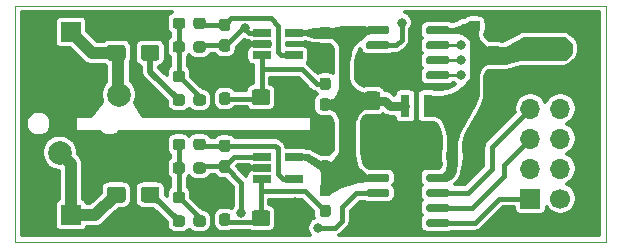
<source format=gbr>
%TF.GenerationSoftware,KiCad,Pcbnew,5.1.9*%
%TF.CreationDate,2021-02-16T17:41:26+03:00*%
%TF.ProjectId,dual-mcp3201-pmod,6475616c-2d6d-4637-9033-3230312d706d,rev?*%
%TF.SameCoordinates,PX4c4b400PY8583b00*%
%TF.FileFunction,Copper,L1,Top*%
%TF.FilePolarity,Positive*%
%FSLAX46Y46*%
G04 Gerber Fmt 4.6, Leading zero omitted, Abs format (unit mm)*
G04 Created by KiCad (PCBNEW 5.1.9) date 2021-02-16 17:41:26*
%MOMM*%
%LPD*%
G01*
G04 APERTURE LIST*
%TA.AperFunction,Profile*%
%ADD10C,0.050000*%
%TD*%
%TA.AperFunction,ComponentPad*%
%ADD11O,1.700000X1.700000*%
%TD*%
%TA.AperFunction,ComponentPad*%
%ADD12R,1.700000X1.700000*%
%TD*%
%TA.AperFunction,ComponentPad*%
%ADD13C,1.700000*%
%TD*%
%TA.AperFunction,ComponentPad*%
%ADD14C,2.000000*%
%TD*%
%TA.AperFunction,SMDPad,CuDef*%
%ADD15R,0.800000X1.900000*%
%TD*%
%TA.AperFunction,SMDPad,CuDef*%
%ADD16R,1.560000X0.650000*%
%TD*%
%TA.AperFunction,ViaPad*%
%ADD17C,0.800000*%
%TD*%
%TA.AperFunction,Conductor*%
%ADD18C,0.400000*%
%TD*%
%TA.AperFunction,Conductor*%
%ADD19C,1.000000*%
%TD*%
%TA.AperFunction,Conductor*%
%ADD20C,0.500000*%
%TD*%
%TA.AperFunction,Conductor*%
%ADD21C,0.750000*%
%TD*%
%TA.AperFunction,Conductor*%
%ADD22C,0.250000*%
%TD*%
%TA.AperFunction,Conductor*%
%ADD23C,0.100000*%
%TD*%
%TA.AperFunction,Conductor*%
%ADD24C,0.350000*%
%TD*%
G04 APERTURE END LIST*
D10*
X50000000Y20000000D02*
X0Y20000000D01*
X50000000Y0D02*
X50000000Y20000000D01*
X0Y0D02*
X50000000Y0D01*
X0Y20000000D02*
X0Y0D01*
D11*
%TO.P,X4,2*%
%TO.N,GND*%
X2210000Y17750000D03*
D12*
%TO.P,X4,1*%
%TO.N,Net-(C9-Pad2)*%
X4750000Y17750000D03*
%TD*%
D11*
%TO.P,X3,2*%
%TO.N,GND*%
X2210000Y2250000D03*
D12*
%TO.P,X3,1*%
%TO.N,Net-(C2-Pad2)*%
X4750000Y2250000D03*
%TD*%
%TO.P,C12,2*%
%TO.N,+VREF*%
%TA.AperFunction,SMDPad,CuDef*%
G36*
G01*
X26487500Y17175000D02*
X26012500Y17175000D01*
G75*
G02*
X25775000Y17412500I0J237500D01*
G01*
X25775000Y17987500D01*
G75*
G02*
X26012500Y18225000I237500J0D01*
G01*
X26487500Y18225000D01*
G75*
G02*
X26725000Y17987500I0J-237500D01*
G01*
X26725000Y17412500D01*
G75*
G02*
X26487500Y17175000I-237500J0D01*
G01*
G37*
%TD.AperFunction*%
%TO.P,C12,1*%
%TO.N,GND*%
%TA.AperFunction,SMDPad,CuDef*%
G36*
G01*
X26487500Y15425000D02*
X26012500Y15425000D01*
G75*
G02*
X25775000Y15662500I0J237500D01*
G01*
X25775000Y16237500D01*
G75*
G02*
X26012500Y16475000I237500J0D01*
G01*
X26487500Y16475000D01*
G75*
G02*
X26725000Y16237500I0J-237500D01*
G01*
X26725000Y15662500D01*
G75*
G02*
X26487500Y15425000I-237500J0D01*
G01*
G37*
%TD.AperFunction*%
%TD*%
%TO.P,C11,2*%
%TO.N,GND*%
%TA.AperFunction,SMDPad,CuDef*%
G36*
G01*
X22900000Y11824999D02*
X22900000Y12675001D01*
G75*
G02*
X23149999Y12925000I249999J0D01*
G01*
X24225001Y12925000D01*
G75*
G02*
X24475000Y12675001I0J-249999D01*
G01*
X24475000Y11824999D01*
G75*
G02*
X24225001Y11575000I-249999J0D01*
G01*
X23149999Y11575000D01*
G75*
G02*
X22900000Y11824999I0J249999D01*
G01*
G37*
%TD.AperFunction*%
%TO.P,C11,1*%
%TO.N,Net-(C11-Pad1)*%
%TA.AperFunction,SMDPad,CuDef*%
G36*
G01*
X20025000Y11824999D02*
X20025000Y12675001D01*
G75*
G02*
X20274999Y12925000I249999J0D01*
G01*
X21350001Y12925000D01*
G75*
G02*
X21600000Y12675001I0J-249999D01*
G01*
X21600000Y11824999D01*
G75*
G02*
X21350001Y11575000I-249999J0D01*
G01*
X20274999Y11575000D01*
G75*
G02*
X20025000Y11824999I0J249999D01*
G01*
G37*
%TD.AperFunction*%
%TD*%
%TO.P,C10,2*%
%TO.N,Net-(C10-Pad2)*%
%TA.AperFunction,SMDPad,CuDef*%
G36*
G01*
X14400000Y14237500D02*
X14400000Y13762500D01*
G75*
G02*
X14162500Y13525000I-237500J0D01*
G01*
X13587500Y13525000D01*
G75*
G02*
X13350000Y13762500I0J237500D01*
G01*
X13350000Y14237500D01*
G75*
G02*
X13587500Y14475000I237500J0D01*
G01*
X14162500Y14475000D01*
G75*
G02*
X14400000Y14237500I0J-237500D01*
G01*
G37*
%TD.AperFunction*%
%TO.P,C10,1*%
%TO.N,GND*%
%TA.AperFunction,SMDPad,CuDef*%
G36*
G01*
X16150000Y14237500D02*
X16150000Y13762500D01*
G75*
G02*
X15912500Y13525000I-237500J0D01*
G01*
X15337500Y13525000D01*
G75*
G02*
X15100000Y13762500I0J237500D01*
G01*
X15100000Y14237500D01*
G75*
G02*
X15337500Y14475000I237500J0D01*
G01*
X15912500Y14475000D01*
G75*
G02*
X16150000Y14237500I0J-237500D01*
G01*
G37*
%TD.AperFunction*%
%TD*%
%TO.P,C9,2*%
%TO.N,Net-(C9-Pad2)*%
%TA.AperFunction,SMDPad,CuDef*%
G36*
G01*
X9350000Y16425001D02*
X9350000Y15574999D01*
G75*
G02*
X9100001Y15325000I-249999J0D01*
G01*
X8024999Y15325000D01*
G75*
G02*
X7775000Y15574999I0J249999D01*
G01*
X7775000Y16425001D01*
G75*
G02*
X8024999Y16675000I249999J0D01*
G01*
X9100001Y16675000D01*
G75*
G02*
X9350000Y16425001I0J-249999D01*
G01*
G37*
%TD.AperFunction*%
%TO.P,C9,1*%
%TO.N,Net-(C9-Pad1)*%
%TA.AperFunction,SMDPad,CuDef*%
G36*
G01*
X12225000Y16425001D02*
X12225000Y15574999D01*
G75*
G02*
X11975001Y15325000I-249999J0D01*
G01*
X10899999Y15325000D01*
G75*
G02*
X10650000Y15574999I0J249999D01*
G01*
X10650000Y16425001D01*
G75*
G02*
X10899999Y16675000I249999J0D01*
G01*
X11975001Y16675000D01*
G75*
G02*
X12225000Y16425001I0J-249999D01*
G01*
G37*
%TD.AperFunction*%
%TD*%
%TO.P,C8,2*%
%TO.N,Net-(C8-Pad2)*%
%TA.AperFunction,SMDPad,CuDef*%
G36*
G01*
X17512500Y17150000D02*
X17987500Y17150000D01*
G75*
G02*
X18225000Y16912500I0J-237500D01*
G01*
X18225000Y16337500D01*
G75*
G02*
X17987500Y16100000I-237500J0D01*
G01*
X17512500Y16100000D01*
G75*
G02*
X17275000Y16337500I0J237500D01*
G01*
X17275000Y16912500D01*
G75*
G02*
X17512500Y17150000I237500J0D01*
G01*
G37*
%TD.AperFunction*%
%TO.P,C8,1*%
%TO.N,Net-(C8-Pad1)*%
%TA.AperFunction,SMDPad,CuDef*%
G36*
G01*
X17512500Y18900000D02*
X17987500Y18900000D01*
G75*
G02*
X18225000Y18662500I0J-237500D01*
G01*
X18225000Y18087500D01*
G75*
G02*
X17987500Y17850000I-237500J0D01*
G01*
X17512500Y17850000D01*
G75*
G02*
X17275000Y18087500I0J237500D01*
G01*
X17275000Y18662500D01*
G75*
G02*
X17512500Y18900000I237500J0D01*
G01*
G37*
%TD.AperFunction*%
%TD*%
%TO.P,C7,2*%
%TO.N,GND*%
%TA.AperFunction,SMDPad,CuDef*%
G36*
G01*
X40074999Y13662500D02*
X40925001Y13662500D01*
G75*
G02*
X41175000Y13412501I0J-249999D01*
G01*
X41175000Y12337499D01*
G75*
G02*
X40925001Y12087500I-249999J0D01*
G01*
X40074999Y12087500D01*
G75*
G02*
X39825000Y12337499I0J249999D01*
G01*
X39825000Y13412501D01*
G75*
G02*
X40074999Y13662500I249999J0D01*
G01*
G37*
%TD.AperFunction*%
%TO.P,C7,1*%
%TO.N,+VDD_3.3V*%
%TA.AperFunction,SMDPad,CuDef*%
G36*
G01*
X40074999Y16537500D02*
X40925001Y16537500D01*
G75*
G02*
X41175000Y16287501I0J-249999D01*
G01*
X41175000Y15212499D01*
G75*
G02*
X40925001Y14962500I-249999J0D01*
G01*
X40074999Y14962500D01*
G75*
G02*
X39825000Y15212499I0J249999D01*
G01*
X39825000Y16287501D01*
G75*
G02*
X40074999Y16537500I249999J0D01*
G01*
G37*
%TD.AperFunction*%
%TD*%
%TO.P,C14,2*%
%TO.N,GND*%
%TA.AperFunction,SMDPad,CuDef*%
G36*
G01*
X29824999Y9850000D02*
X30675001Y9850000D01*
G75*
G02*
X30925000Y9600001I0J-249999D01*
G01*
X30925000Y8524999D01*
G75*
G02*
X30675001Y8275000I-249999J0D01*
G01*
X29824999Y8275000D01*
G75*
G02*
X29575000Y8524999I0J249999D01*
G01*
X29575000Y9600001D01*
G75*
G02*
X29824999Y9850000I249999J0D01*
G01*
G37*
%TD.AperFunction*%
%TO.P,C14,1*%
%TO.N,+VREF*%
%TA.AperFunction,SMDPad,CuDef*%
G36*
G01*
X29824999Y12725000D02*
X30675001Y12725000D01*
G75*
G02*
X30925000Y12475001I0J-249999D01*
G01*
X30925000Y11399999D01*
G75*
G02*
X30675001Y11150000I-249999J0D01*
G01*
X29824999Y11150000D01*
G75*
G02*
X29575000Y11399999I0J249999D01*
G01*
X29575000Y12475001D01*
G75*
G02*
X29824999Y12725000I249999J0D01*
G01*
G37*
%TD.AperFunction*%
%TD*%
%TO.P,C6,2*%
%TO.N,+VDD_3.3V*%
%TA.AperFunction,SMDPad,CuDef*%
G36*
G01*
X37525000Y7487500D02*
X37525000Y7012500D01*
G75*
G02*
X37287500Y6775000I-237500J0D01*
G01*
X36712500Y6775000D01*
G75*
G02*
X36475000Y7012500I0J237500D01*
G01*
X36475000Y7487500D01*
G75*
G02*
X36712500Y7725000I237500J0D01*
G01*
X37287500Y7725000D01*
G75*
G02*
X37525000Y7487500I0J-237500D01*
G01*
G37*
%TD.AperFunction*%
%TO.P,C6,1*%
%TO.N,GND*%
%TA.AperFunction,SMDPad,CuDef*%
G36*
G01*
X39275000Y7487500D02*
X39275000Y7012500D01*
G75*
G02*
X39037500Y6775000I-237500J0D01*
G01*
X38462500Y6775000D01*
G75*
G02*
X38225000Y7012500I0J237500D01*
G01*
X38225000Y7487500D01*
G75*
G02*
X38462500Y7725000I237500J0D01*
G01*
X39037500Y7725000D01*
G75*
G02*
X39275000Y7487500I0J-237500D01*
G01*
G37*
%TD.AperFunction*%
%TD*%
D13*
%TO.P,X2,7*%
%TO.N,/CS_N1*%
X46170000Y3650000D03*
D12*
%TO.P,X2,1*%
%TO.N,/CS_N0*%
X43630000Y3650000D03*
D11*
%TO.P,X2,8*%
%TO.N,Net-(X2-Pad8)*%
X46170000Y6190000D03*
%TO.P,X2,2*%
%TO.N,Net-(X2-Pad2)*%
X43630000Y6190000D03*
%TO.P,X2,9*%
%TO.N,/MISO1*%
X46170000Y8730000D03*
%TO.P,X2,3*%
%TO.N,/MISO0*%
X43630000Y8730000D03*
%TO.P,X2,10*%
%TO.N,/SCLK1*%
X46170000Y11270000D03*
%TO.P,X2,4*%
%TO.N,/SCLK0*%
X43630000Y11270000D03*
%TO.P,X2,11*%
%TO.N,GND*%
X46170000Y13810000D03*
%TO.P,X2,5*%
X43630000Y13810000D03*
%TO.P,X2,12*%
%TO.N,+VDD_3.3V*%
X46170000Y16350000D03*
%TO.P,X2,6*%
X43630000Y16350000D03*
%TD*%
D14*
%TO.P,X1,3*%
%TO.N,Net-(C9-Pad2)*%
X8800000Y12450000D03*
%TO.P,X1,2*%
%TO.N,Net-(C2-Pad2)*%
X3800000Y7550000D03*
%TO.P,X1,1*%
%TO.N,GND*%
X2000000Y12450000D03*
%TD*%
%TO.P,R10,2*%
%TO.N,Net-(C11-Pad1)*%
%TA.AperFunction,SMDPad,CuDef*%
G36*
G01*
X17512500Y12650000D02*
X17987500Y12650000D01*
G75*
G02*
X18225000Y12412500I0J-237500D01*
G01*
X18225000Y11837500D01*
G75*
G02*
X17987500Y11600000I-237500J0D01*
G01*
X17512500Y11600000D01*
G75*
G02*
X17275000Y11837500I0J237500D01*
G01*
X17275000Y12412500D01*
G75*
G02*
X17512500Y12650000I237500J0D01*
G01*
G37*
%TD.AperFunction*%
%TO.P,R10,1*%
%TO.N,GND*%
%TA.AperFunction,SMDPad,CuDef*%
G36*
G01*
X17512500Y14400000D02*
X17987500Y14400000D01*
G75*
G02*
X18225000Y14162500I0J-237500D01*
G01*
X18225000Y13587500D01*
G75*
G02*
X17987500Y13350000I-237500J0D01*
G01*
X17512500Y13350000D01*
G75*
G02*
X17275000Y13587500I0J237500D01*
G01*
X17275000Y14162500D01*
G75*
G02*
X17512500Y14400000I237500J0D01*
G01*
G37*
%TD.AperFunction*%
%TD*%
%TO.P,R9,2*%
%TO.N,Net-(C8-Pad1)*%
%TA.AperFunction,SMDPad,CuDef*%
G36*
G01*
X15100000Y18262500D02*
X15100000Y18737500D01*
G75*
G02*
X15337500Y18975000I237500J0D01*
G01*
X15912500Y18975000D01*
G75*
G02*
X16150000Y18737500I0J-237500D01*
G01*
X16150000Y18262500D01*
G75*
G02*
X15912500Y18025000I-237500J0D01*
G01*
X15337500Y18025000D01*
G75*
G02*
X15100000Y18262500I0J237500D01*
G01*
G37*
%TD.AperFunction*%
%TO.P,R9,1*%
%TO.N,Net-(C10-Pad2)*%
%TA.AperFunction,SMDPad,CuDef*%
G36*
G01*
X13350000Y18262500D02*
X13350000Y18737500D01*
G75*
G02*
X13587500Y18975000I237500J0D01*
G01*
X14162500Y18975000D01*
G75*
G02*
X14400000Y18737500I0J-237500D01*
G01*
X14400000Y18262500D01*
G75*
G02*
X14162500Y18025000I-237500J0D01*
G01*
X13587500Y18025000D01*
G75*
G02*
X13350000Y18262500I0J237500D01*
G01*
G37*
%TD.AperFunction*%
%TD*%
%TO.P,R8,2*%
%TO.N,Net-(C10-Pad2)*%
%TA.AperFunction,SMDPad,CuDef*%
G36*
G01*
X15100000Y11762500D02*
X15100000Y12237500D01*
G75*
G02*
X15337500Y12475000I237500J0D01*
G01*
X15912500Y12475000D01*
G75*
G02*
X16150000Y12237500I0J-237500D01*
G01*
X16150000Y11762500D01*
G75*
G02*
X15912500Y11525000I-237500J0D01*
G01*
X15337500Y11525000D01*
G75*
G02*
X15100000Y11762500I0J237500D01*
G01*
G37*
%TD.AperFunction*%
%TO.P,R8,1*%
%TO.N,Net-(C9-Pad1)*%
%TA.AperFunction,SMDPad,CuDef*%
G36*
G01*
X13350000Y11762500D02*
X13350000Y12237500D01*
G75*
G02*
X13587500Y12475000I237500J0D01*
G01*
X14162500Y12475000D01*
G75*
G02*
X14400000Y12237500I0J-237500D01*
G01*
X14400000Y11762500D01*
G75*
G02*
X14162500Y11525000I-237500J0D01*
G01*
X13587500Y11525000D01*
G75*
G02*
X13350000Y11762500I0J237500D01*
G01*
G37*
%TD.AperFunction*%
%TD*%
%TO.P,R7,2*%
%TO.N,+VREF*%
%TA.AperFunction,SMDPad,CuDef*%
G36*
G01*
X26012500Y12150000D02*
X26487500Y12150000D01*
G75*
G02*
X26725000Y11912500I0J-237500D01*
G01*
X26725000Y11337500D01*
G75*
G02*
X26487500Y11100000I-237500J0D01*
G01*
X26012500Y11100000D01*
G75*
G02*
X25775000Y11337500I0J237500D01*
G01*
X25775000Y11912500D01*
G75*
G02*
X26012500Y12150000I237500J0D01*
G01*
G37*
%TD.AperFunction*%
%TO.P,R7,1*%
%TO.N,Net-(C11-Pad1)*%
%TA.AperFunction,SMDPad,CuDef*%
G36*
G01*
X26012500Y13900000D02*
X26487500Y13900000D01*
G75*
G02*
X26725000Y13662500I0J-237500D01*
G01*
X26725000Y13087500D01*
G75*
G02*
X26487500Y12850000I-237500J0D01*
G01*
X26012500Y12850000D01*
G75*
G02*
X25775000Y13087500I0J237500D01*
G01*
X25775000Y13662500D01*
G75*
G02*
X26012500Y13900000I237500J0D01*
G01*
G37*
%TD.AperFunction*%
%TD*%
%TO.P,R6,2*%
%TO.N,Net-(C8-Pad2)*%
%TA.AperFunction,SMDPad,CuDef*%
G36*
G01*
X15100000Y16262500D02*
X15100000Y16737500D01*
G75*
G02*
X15337500Y16975000I237500J0D01*
G01*
X15912500Y16975000D01*
G75*
G02*
X16150000Y16737500I0J-237500D01*
G01*
X16150000Y16262500D01*
G75*
G02*
X15912500Y16025000I-237500J0D01*
G01*
X15337500Y16025000D01*
G75*
G02*
X15100000Y16262500I0J237500D01*
G01*
G37*
%TD.AperFunction*%
%TO.P,R6,1*%
%TO.N,Net-(C10-Pad2)*%
%TA.AperFunction,SMDPad,CuDef*%
G36*
G01*
X13350000Y16262500D02*
X13350000Y16737500D01*
G75*
G02*
X13587500Y16975000I237500J0D01*
G01*
X14162500Y16975000D01*
G75*
G02*
X14400000Y16737500I0J-237500D01*
G01*
X14400000Y16262500D01*
G75*
G02*
X14162500Y16025000I-237500J0D01*
G01*
X13587500Y16025000D01*
G75*
G02*
X13350000Y16262500I0J237500D01*
G01*
G37*
%TD.AperFunction*%
%TD*%
%TO.P,R5,2*%
%TO.N,Net-(C4-Pad1)*%
%TA.AperFunction,SMDPad,CuDef*%
G36*
G01*
X17512500Y2400000D02*
X17987500Y2400000D01*
G75*
G02*
X18225000Y2162500I0J-237500D01*
G01*
X18225000Y1587500D01*
G75*
G02*
X17987500Y1350000I-237500J0D01*
G01*
X17512500Y1350000D01*
G75*
G02*
X17275000Y1587500I0J237500D01*
G01*
X17275000Y2162500D01*
G75*
G02*
X17512500Y2400000I237500J0D01*
G01*
G37*
%TD.AperFunction*%
%TO.P,R5,1*%
%TO.N,GND*%
%TA.AperFunction,SMDPad,CuDef*%
G36*
G01*
X17512500Y4150000D02*
X17987500Y4150000D01*
G75*
G02*
X18225000Y3912500I0J-237500D01*
G01*
X18225000Y3337500D01*
G75*
G02*
X17987500Y3100000I-237500J0D01*
G01*
X17512500Y3100000D01*
G75*
G02*
X17275000Y3337500I0J237500D01*
G01*
X17275000Y3912500D01*
G75*
G02*
X17512500Y4150000I237500J0D01*
G01*
G37*
%TD.AperFunction*%
%TD*%
%TO.P,R4,2*%
%TO.N,Net-(C1-Pad1)*%
%TA.AperFunction,SMDPad,CuDef*%
G36*
G01*
X15100000Y8012500D02*
X15100000Y8487500D01*
G75*
G02*
X15337500Y8725000I237500J0D01*
G01*
X15912500Y8725000D01*
G75*
G02*
X16150000Y8487500I0J-237500D01*
G01*
X16150000Y8012500D01*
G75*
G02*
X15912500Y7775000I-237500J0D01*
G01*
X15337500Y7775000D01*
G75*
G02*
X15100000Y8012500I0J237500D01*
G01*
G37*
%TD.AperFunction*%
%TO.P,R4,1*%
%TO.N,Net-(C3-Pad2)*%
%TA.AperFunction,SMDPad,CuDef*%
G36*
G01*
X13350000Y8012500D02*
X13350000Y8487500D01*
G75*
G02*
X13587500Y8725000I237500J0D01*
G01*
X14162500Y8725000D01*
G75*
G02*
X14400000Y8487500I0J-237500D01*
G01*
X14400000Y8012500D01*
G75*
G02*
X14162500Y7775000I-237500J0D01*
G01*
X13587500Y7775000D01*
G75*
G02*
X13350000Y8012500I0J237500D01*
G01*
G37*
%TD.AperFunction*%
%TD*%
%TO.P,R3,2*%
%TO.N,Net-(C3-Pad2)*%
%TA.AperFunction,SMDPad,CuDef*%
G36*
G01*
X15100000Y1512500D02*
X15100000Y1987500D01*
G75*
G02*
X15337500Y2225000I237500J0D01*
G01*
X15912500Y2225000D01*
G75*
G02*
X16150000Y1987500I0J-237500D01*
G01*
X16150000Y1512500D01*
G75*
G02*
X15912500Y1275000I-237500J0D01*
G01*
X15337500Y1275000D01*
G75*
G02*
X15100000Y1512500I0J237500D01*
G01*
G37*
%TD.AperFunction*%
%TO.P,R3,1*%
%TO.N,Net-(C2-Pad1)*%
%TA.AperFunction,SMDPad,CuDef*%
G36*
G01*
X13350000Y1512500D02*
X13350000Y1987500D01*
G75*
G02*
X13587500Y2225000I237500J0D01*
G01*
X14162500Y2225000D01*
G75*
G02*
X14400000Y1987500I0J-237500D01*
G01*
X14400000Y1512500D01*
G75*
G02*
X14162500Y1275000I-237500J0D01*
G01*
X13587500Y1275000D01*
G75*
G02*
X13350000Y1512500I0J237500D01*
G01*
G37*
%TD.AperFunction*%
%TD*%
%TO.P,R2,2*%
%TO.N,+VREF*%
%TA.AperFunction,SMDPad,CuDef*%
G36*
G01*
X26487500Y3850000D02*
X26012500Y3850000D01*
G75*
G02*
X25775000Y4087500I0J237500D01*
G01*
X25775000Y4662500D01*
G75*
G02*
X26012500Y4900000I237500J0D01*
G01*
X26487500Y4900000D01*
G75*
G02*
X26725000Y4662500I0J-237500D01*
G01*
X26725000Y4087500D01*
G75*
G02*
X26487500Y3850000I-237500J0D01*
G01*
G37*
%TD.AperFunction*%
%TO.P,R2,1*%
%TO.N,Net-(C4-Pad1)*%
%TA.AperFunction,SMDPad,CuDef*%
G36*
G01*
X26487500Y2100000D02*
X26012500Y2100000D01*
G75*
G02*
X25775000Y2337500I0J237500D01*
G01*
X25775000Y2912500D01*
G75*
G02*
X26012500Y3150000I237500J0D01*
G01*
X26487500Y3150000D01*
G75*
G02*
X26725000Y2912500I0J-237500D01*
G01*
X26725000Y2337500D01*
G75*
G02*
X26487500Y2100000I-237500J0D01*
G01*
G37*
%TD.AperFunction*%
%TD*%
%TO.P,R1,2*%
%TO.N,Net-(C1-Pad2)*%
%TA.AperFunction,SMDPad,CuDef*%
G36*
G01*
X15100000Y6012500D02*
X15100000Y6487500D01*
G75*
G02*
X15337500Y6725000I237500J0D01*
G01*
X15912500Y6725000D01*
G75*
G02*
X16150000Y6487500I0J-237500D01*
G01*
X16150000Y6012500D01*
G75*
G02*
X15912500Y5775000I-237500J0D01*
G01*
X15337500Y5775000D01*
G75*
G02*
X15100000Y6012500I0J237500D01*
G01*
G37*
%TD.AperFunction*%
%TO.P,R1,1*%
%TO.N,Net-(C3-Pad2)*%
%TA.AperFunction,SMDPad,CuDef*%
G36*
G01*
X13350000Y6012500D02*
X13350000Y6487500D01*
G75*
G02*
X13587500Y6725000I237500J0D01*
G01*
X14162500Y6725000D01*
G75*
G02*
X14400000Y6487500I0J-237500D01*
G01*
X14400000Y6012500D01*
G75*
G02*
X14162500Y5775000I-237500J0D01*
G01*
X13587500Y5775000D01*
G75*
G02*
X13350000Y6012500I0J237500D01*
G01*
G37*
%TD.AperFunction*%
%TD*%
D15*
%TO.P,D5,3*%
%TO.N,GND*%
X34000000Y8500000D03*
%TO.P,D5,2*%
%TO.N,+VREF*%
X33050000Y11500000D03*
%TO.P,D5,1*%
%TO.N,+VDD_3.3V*%
X34950000Y11500000D03*
%TD*%
%TO.P,D4,8*%
%TO.N,+VDD_3.3V*%
%TA.AperFunction,SMDPad,CuDef*%
G36*
G01*
X34800000Y17742500D02*
X34800000Y18067500D01*
G75*
G02*
X34962500Y18230000I162500J0D01*
G01*
X36612500Y18230000D01*
G75*
G02*
X36775000Y18067500I0J-162500D01*
G01*
X36775000Y17742500D01*
G75*
G02*
X36612500Y17580000I-162500J0D01*
G01*
X34962500Y17580000D01*
G75*
G02*
X34800000Y17742500I0J162500D01*
G01*
G37*
%TD.AperFunction*%
%TO.P,D4,7*%
%TO.N,/SCLK1*%
%TA.AperFunction,SMDPad,CuDef*%
G36*
G01*
X34800000Y16472500D02*
X34800000Y16797500D01*
G75*
G02*
X34962500Y16960000I162500J0D01*
G01*
X36612500Y16960000D01*
G75*
G02*
X36775000Y16797500I0J-162500D01*
G01*
X36775000Y16472500D01*
G75*
G02*
X36612500Y16310000I-162500J0D01*
G01*
X34962500Y16310000D01*
G75*
G02*
X34800000Y16472500I0J162500D01*
G01*
G37*
%TD.AperFunction*%
%TO.P,D4,6*%
%TO.N,/MISO1*%
%TA.AperFunction,SMDPad,CuDef*%
G36*
G01*
X34800000Y15202500D02*
X34800000Y15527500D01*
G75*
G02*
X34962500Y15690000I162500J0D01*
G01*
X36612500Y15690000D01*
G75*
G02*
X36775000Y15527500I0J-162500D01*
G01*
X36775000Y15202500D01*
G75*
G02*
X36612500Y15040000I-162500J0D01*
G01*
X34962500Y15040000D01*
G75*
G02*
X34800000Y15202500I0J162500D01*
G01*
G37*
%TD.AperFunction*%
%TO.P,D4,5*%
%TO.N,/CS_N1*%
%TA.AperFunction,SMDPad,CuDef*%
G36*
G01*
X34800000Y13932500D02*
X34800000Y14257500D01*
G75*
G02*
X34962500Y14420000I162500J0D01*
G01*
X36612500Y14420000D01*
G75*
G02*
X36775000Y14257500I0J-162500D01*
G01*
X36775000Y13932500D01*
G75*
G02*
X36612500Y13770000I-162500J0D01*
G01*
X34962500Y13770000D01*
G75*
G02*
X34800000Y13932500I0J162500D01*
G01*
G37*
%TD.AperFunction*%
%TO.P,D4,4*%
%TO.N,GND*%
%TA.AperFunction,SMDPad,CuDef*%
G36*
G01*
X29725000Y13932500D02*
X29725000Y14257500D01*
G75*
G02*
X29887500Y14420000I162500J0D01*
G01*
X31537500Y14420000D01*
G75*
G02*
X31700000Y14257500I0J-162500D01*
G01*
X31700000Y13932500D01*
G75*
G02*
X31537500Y13770000I-162500J0D01*
G01*
X29887500Y13770000D01*
G75*
G02*
X29725000Y13932500I0J162500D01*
G01*
G37*
%TD.AperFunction*%
%TO.P,D4,3*%
%TA.AperFunction,SMDPad,CuDef*%
G36*
G01*
X29725000Y15202500D02*
X29725000Y15527500D01*
G75*
G02*
X29887500Y15690000I162500J0D01*
G01*
X31537500Y15690000D01*
G75*
G02*
X31700000Y15527500I0J-162500D01*
G01*
X31700000Y15202500D01*
G75*
G02*
X31537500Y15040000I-162500J0D01*
G01*
X29887500Y15040000D01*
G75*
G02*
X29725000Y15202500I0J162500D01*
G01*
G37*
%TD.AperFunction*%
%TO.P,D4,2*%
%TO.N,Net-(C8-Pad2)*%
%TA.AperFunction,SMDPad,CuDef*%
G36*
G01*
X29725000Y16472500D02*
X29725000Y16797500D01*
G75*
G02*
X29887500Y16960000I162500J0D01*
G01*
X31537500Y16960000D01*
G75*
G02*
X31700000Y16797500I0J-162500D01*
G01*
X31700000Y16472500D01*
G75*
G02*
X31537500Y16310000I-162500J0D01*
G01*
X29887500Y16310000D01*
G75*
G02*
X29725000Y16472500I0J162500D01*
G01*
G37*
%TD.AperFunction*%
%TO.P,D4,1*%
%TO.N,+VREF*%
%TA.AperFunction,SMDPad,CuDef*%
G36*
G01*
X29725000Y17742500D02*
X29725000Y18067500D01*
G75*
G02*
X29887500Y18230000I162500J0D01*
G01*
X31537500Y18230000D01*
G75*
G02*
X31700000Y18067500I0J-162500D01*
G01*
X31700000Y17742500D01*
G75*
G02*
X31537500Y17580000I-162500J0D01*
G01*
X29887500Y17580000D01*
G75*
G02*
X29725000Y17742500I0J162500D01*
G01*
G37*
%TD.AperFunction*%
%TD*%
D16*
%TO.P,D3,5*%
%TO.N,+VREF*%
X23600000Y17700000D03*
%TO.P,D3,4*%
%TO.N,Net-(C8-Pad1)*%
X23600000Y15800000D03*
%TO.P,D3,3*%
%TO.N,Net-(C11-Pad1)*%
X20900000Y15800000D03*
%TO.P,D3,2*%
%TO.N,GND*%
X20900000Y16750000D03*
%TO.P,D3,1*%
%TO.N,Net-(C8-Pad2)*%
X20900000Y17700000D03*
%TD*%
%TO.P,D2,8*%
%TO.N,+VDD_3.3V*%
%TA.AperFunction,SMDPad,CuDef*%
G36*
G01*
X34800000Y5242500D02*
X34800000Y5567500D01*
G75*
G02*
X34962500Y5730000I162500J0D01*
G01*
X36612500Y5730000D01*
G75*
G02*
X36775000Y5567500I0J-162500D01*
G01*
X36775000Y5242500D01*
G75*
G02*
X36612500Y5080000I-162500J0D01*
G01*
X34962500Y5080000D01*
G75*
G02*
X34800000Y5242500I0J162500D01*
G01*
G37*
%TD.AperFunction*%
%TO.P,D2,7*%
%TO.N,/SCLK0*%
%TA.AperFunction,SMDPad,CuDef*%
G36*
G01*
X34800000Y3972500D02*
X34800000Y4297500D01*
G75*
G02*
X34962500Y4460000I162500J0D01*
G01*
X36612500Y4460000D01*
G75*
G02*
X36775000Y4297500I0J-162500D01*
G01*
X36775000Y3972500D01*
G75*
G02*
X36612500Y3810000I-162500J0D01*
G01*
X34962500Y3810000D01*
G75*
G02*
X34800000Y3972500I0J162500D01*
G01*
G37*
%TD.AperFunction*%
%TO.P,D2,6*%
%TO.N,/MISO0*%
%TA.AperFunction,SMDPad,CuDef*%
G36*
G01*
X34800000Y2702500D02*
X34800000Y3027500D01*
G75*
G02*
X34962500Y3190000I162500J0D01*
G01*
X36612500Y3190000D01*
G75*
G02*
X36775000Y3027500I0J-162500D01*
G01*
X36775000Y2702500D01*
G75*
G02*
X36612500Y2540000I-162500J0D01*
G01*
X34962500Y2540000D01*
G75*
G02*
X34800000Y2702500I0J162500D01*
G01*
G37*
%TD.AperFunction*%
%TO.P,D2,5*%
%TO.N,/CS_N0*%
%TA.AperFunction,SMDPad,CuDef*%
G36*
G01*
X34800000Y1432500D02*
X34800000Y1757500D01*
G75*
G02*
X34962500Y1920000I162500J0D01*
G01*
X36612500Y1920000D01*
G75*
G02*
X36775000Y1757500I0J-162500D01*
G01*
X36775000Y1432500D01*
G75*
G02*
X36612500Y1270000I-162500J0D01*
G01*
X34962500Y1270000D01*
G75*
G02*
X34800000Y1432500I0J162500D01*
G01*
G37*
%TD.AperFunction*%
%TO.P,D2,4*%
%TO.N,GND*%
%TA.AperFunction,SMDPad,CuDef*%
G36*
G01*
X29725000Y1432500D02*
X29725000Y1757500D01*
G75*
G02*
X29887500Y1920000I162500J0D01*
G01*
X31537500Y1920000D01*
G75*
G02*
X31700000Y1757500I0J-162500D01*
G01*
X31700000Y1432500D01*
G75*
G02*
X31537500Y1270000I-162500J0D01*
G01*
X29887500Y1270000D01*
G75*
G02*
X29725000Y1432500I0J162500D01*
G01*
G37*
%TD.AperFunction*%
%TO.P,D2,3*%
%TA.AperFunction,SMDPad,CuDef*%
G36*
G01*
X29725000Y2702500D02*
X29725000Y3027500D01*
G75*
G02*
X29887500Y3190000I162500J0D01*
G01*
X31537500Y3190000D01*
G75*
G02*
X31700000Y3027500I0J-162500D01*
G01*
X31700000Y2702500D01*
G75*
G02*
X31537500Y2540000I-162500J0D01*
G01*
X29887500Y2540000D01*
G75*
G02*
X29725000Y2702500I0J162500D01*
G01*
G37*
%TD.AperFunction*%
%TO.P,D2,2*%
%TO.N,Net-(C1-Pad2)*%
%TA.AperFunction,SMDPad,CuDef*%
G36*
G01*
X29725000Y3972500D02*
X29725000Y4297500D01*
G75*
G02*
X29887500Y4460000I162500J0D01*
G01*
X31537500Y4460000D01*
G75*
G02*
X31700000Y4297500I0J-162500D01*
G01*
X31700000Y3972500D01*
G75*
G02*
X31537500Y3810000I-162500J0D01*
G01*
X29887500Y3810000D01*
G75*
G02*
X29725000Y3972500I0J162500D01*
G01*
G37*
%TD.AperFunction*%
%TO.P,D2,1*%
%TO.N,+VREF*%
%TA.AperFunction,SMDPad,CuDef*%
G36*
G01*
X29725000Y5242500D02*
X29725000Y5567500D01*
G75*
G02*
X29887500Y5730000I162500J0D01*
G01*
X31537500Y5730000D01*
G75*
G02*
X31700000Y5567500I0J-162500D01*
G01*
X31700000Y5242500D01*
G75*
G02*
X31537500Y5080000I-162500J0D01*
G01*
X29887500Y5080000D01*
G75*
G02*
X29725000Y5242500I0J162500D01*
G01*
G37*
%TD.AperFunction*%
%TD*%
%TO.P,D1,5*%
%TO.N,+VREF*%
X23600000Y7200000D03*
%TO.P,D1,4*%
%TO.N,Net-(C1-Pad1)*%
X23600000Y5300000D03*
%TO.P,D1,3*%
%TO.N,Net-(C4-Pad1)*%
X20900000Y5300000D03*
%TO.P,D1,2*%
%TO.N,GND*%
X20900000Y6250000D03*
%TO.P,D1,1*%
%TO.N,Net-(C1-Pad2)*%
X20900000Y7200000D03*
%TD*%
%TO.P,C13,2*%
%TO.N,+VDD_3.3V*%
%TA.AperFunction,SMDPad,CuDef*%
G36*
G01*
X39400000Y18487500D02*
X39400000Y18012500D01*
G75*
G02*
X39162500Y17775000I-237500J0D01*
G01*
X38587500Y17775000D01*
G75*
G02*
X38350000Y18012500I0J237500D01*
G01*
X38350000Y18487500D01*
G75*
G02*
X38587500Y18725000I237500J0D01*
G01*
X39162500Y18725000D01*
G75*
G02*
X39400000Y18487500I0J-237500D01*
G01*
G37*
%TD.AperFunction*%
%TO.P,C13,1*%
%TO.N,GND*%
%TA.AperFunction,SMDPad,CuDef*%
G36*
G01*
X41150000Y18487500D02*
X41150000Y18012500D01*
G75*
G02*
X40912500Y17775000I-237500J0D01*
G01*
X40337500Y17775000D01*
G75*
G02*
X40100000Y18012500I0J237500D01*
G01*
X40100000Y18487500D01*
G75*
G02*
X40337500Y18725000I237500J0D01*
G01*
X40912500Y18725000D01*
G75*
G02*
X41150000Y18487500I0J-237500D01*
G01*
G37*
%TD.AperFunction*%
%TD*%
%TO.P,C5,2*%
%TO.N,+VREF*%
%TA.AperFunction,SMDPad,CuDef*%
G36*
G01*
X26012500Y6900000D02*
X26487500Y6900000D01*
G75*
G02*
X26725000Y6662500I0J-237500D01*
G01*
X26725000Y6087500D01*
G75*
G02*
X26487500Y5850000I-237500J0D01*
G01*
X26012500Y5850000D01*
G75*
G02*
X25775000Y6087500I0J237500D01*
G01*
X25775000Y6662500D01*
G75*
G02*
X26012500Y6900000I237500J0D01*
G01*
G37*
%TD.AperFunction*%
%TO.P,C5,1*%
%TO.N,GND*%
%TA.AperFunction,SMDPad,CuDef*%
G36*
G01*
X26012500Y8650000D02*
X26487500Y8650000D01*
G75*
G02*
X26725000Y8412500I0J-237500D01*
G01*
X26725000Y7837500D01*
G75*
G02*
X26487500Y7600000I-237500J0D01*
G01*
X26012500Y7600000D01*
G75*
G02*
X25775000Y7837500I0J237500D01*
G01*
X25775000Y8412500D01*
G75*
G02*
X26012500Y8650000I237500J0D01*
G01*
G37*
%TD.AperFunction*%
%TD*%
%TO.P,C4,2*%
%TO.N,GND*%
%TA.AperFunction,SMDPad,CuDef*%
G36*
G01*
X22900000Y1574999D02*
X22900000Y2425001D01*
G75*
G02*
X23149999Y2675000I249999J0D01*
G01*
X24225001Y2675000D01*
G75*
G02*
X24475000Y2425001I0J-249999D01*
G01*
X24475000Y1574999D01*
G75*
G02*
X24225001Y1325000I-249999J0D01*
G01*
X23149999Y1325000D01*
G75*
G02*
X22900000Y1574999I0J249999D01*
G01*
G37*
%TD.AperFunction*%
%TO.P,C4,1*%
%TO.N,Net-(C4-Pad1)*%
%TA.AperFunction,SMDPad,CuDef*%
G36*
G01*
X20025000Y1574999D02*
X20025000Y2425001D01*
G75*
G02*
X20274999Y2675000I249999J0D01*
G01*
X21350001Y2675000D01*
G75*
G02*
X21600000Y2425001I0J-249999D01*
G01*
X21600000Y1574999D01*
G75*
G02*
X21350001Y1325000I-249999J0D01*
G01*
X20274999Y1325000D01*
G75*
G02*
X20025000Y1574999I0J249999D01*
G01*
G37*
%TD.AperFunction*%
%TD*%
%TO.P,C3,2*%
%TO.N,Net-(C3-Pad2)*%
%TA.AperFunction,SMDPad,CuDef*%
G36*
G01*
X14400000Y3987500D02*
X14400000Y3512500D01*
G75*
G02*
X14162500Y3275000I-237500J0D01*
G01*
X13587500Y3275000D01*
G75*
G02*
X13350000Y3512500I0J237500D01*
G01*
X13350000Y3987500D01*
G75*
G02*
X13587500Y4225000I237500J0D01*
G01*
X14162500Y4225000D01*
G75*
G02*
X14400000Y3987500I0J-237500D01*
G01*
G37*
%TD.AperFunction*%
%TO.P,C3,1*%
%TO.N,GND*%
%TA.AperFunction,SMDPad,CuDef*%
G36*
G01*
X16150000Y3987500D02*
X16150000Y3512500D01*
G75*
G02*
X15912500Y3275000I-237500J0D01*
G01*
X15337500Y3275000D01*
G75*
G02*
X15100000Y3512500I0J237500D01*
G01*
X15100000Y3987500D01*
G75*
G02*
X15337500Y4225000I237500J0D01*
G01*
X15912500Y4225000D01*
G75*
G02*
X16150000Y3987500I0J-237500D01*
G01*
G37*
%TD.AperFunction*%
%TD*%
%TO.P,C2,2*%
%TO.N,Net-(C2-Pad2)*%
%TA.AperFunction,SMDPad,CuDef*%
G36*
G01*
X9350000Y4425001D02*
X9350000Y3574999D01*
G75*
G02*
X9100001Y3325000I-249999J0D01*
G01*
X8024999Y3325000D01*
G75*
G02*
X7775000Y3574999I0J249999D01*
G01*
X7775000Y4425001D01*
G75*
G02*
X8024999Y4675000I249999J0D01*
G01*
X9100001Y4675000D01*
G75*
G02*
X9350000Y4425001I0J-249999D01*
G01*
G37*
%TD.AperFunction*%
%TO.P,C2,1*%
%TO.N,Net-(C2-Pad1)*%
%TA.AperFunction,SMDPad,CuDef*%
G36*
G01*
X12225000Y4425001D02*
X12225000Y3574999D01*
G75*
G02*
X11975001Y3325000I-249999J0D01*
G01*
X10899999Y3325000D01*
G75*
G02*
X10650000Y3574999I0J249999D01*
G01*
X10650000Y4425001D01*
G75*
G02*
X10899999Y4675000I249999J0D01*
G01*
X11975001Y4675000D01*
G75*
G02*
X12225000Y4425001I0J-249999D01*
G01*
G37*
%TD.AperFunction*%
%TD*%
%TO.P,C1,2*%
%TO.N,Net-(C1-Pad2)*%
%TA.AperFunction,SMDPad,CuDef*%
G36*
G01*
X17512500Y6900000D02*
X17987500Y6900000D01*
G75*
G02*
X18225000Y6662500I0J-237500D01*
G01*
X18225000Y6087500D01*
G75*
G02*
X17987500Y5850000I-237500J0D01*
G01*
X17512500Y5850000D01*
G75*
G02*
X17275000Y6087500I0J237500D01*
G01*
X17275000Y6662500D01*
G75*
G02*
X17512500Y6900000I237500J0D01*
G01*
G37*
%TD.AperFunction*%
%TO.P,C1,1*%
%TO.N,Net-(C1-Pad1)*%
%TA.AperFunction,SMDPad,CuDef*%
G36*
G01*
X17512500Y8650000D02*
X17987500Y8650000D01*
G75*
G02*
X18225000Y8412500I0J-237500D01*
G01*
X18225000Y7837500D01*
G75*
G02*
X17987500Y7600000I-237500J0D01*
G01*
X17512500Y7600000D01*
G75*
G02*
X17275000Y7837500I0J237500D01*
G01*
X17275000Y8412500D01*
G75*
G02*
X17512500Y8650000I237500J0D01*
G01*
G37*
%TD.AperFunction*%
%TD*%
D17*
%TO.N,Net-(C1-Pad2)*%
X25670000Y1190000D03*
X19170000Y2470000D03*
%TO.N,GND*%
X41350000Y1200000D03*
X11700000Y18650000D03*
X11700000Y8400000D03*
X11700000Y11600000D03*
X38750000Y8450000D03*
X30250000Y7500000D03*
X35250000Y8500000D03*
X29095000Y14095000D03*
X19450000Y6250000D03*
X19450000Y16750000D03*
X26250000Y14750000D03*
X26250000Y9300000D03*
X29050000Y1600000D03*
X23700000Y3375000D03*
X17750000Y4800000D03*
X17750000Y15050000D03*
X23700000Y13640000D03*
X41799998Y18250000D03*
%TO.N,/SCLK1*%
X37775000Y16675000D03*
%TO.N,/MISO1*%
X37775000Y15350000D03*
%TO.N,/CS_N1*%
X37775000Y14100000D03*
%TO.N,Net-(C8-Pad2)*%
X19460000Y18070000D03*
X32740000Y18560000D03*
%TD*%
D18*
%TO.N,Net-(C1-Pad2)*%
X30712500Y4135000D02*
X28905000Y4135000D01*
X28905000Y4135000D02*
X27680000Y2910000D01*
X27680000Y2910000D02*
X27680000Y1770000D01*
X27100000Y1190000D02*
X25670000Y1190000D01*
X27680000Y1770000D02*
X27100000Y1190000D01*
X19170000Y4955000D02*
X17750000Y6375000D01*
X19170000Y2470000D02*
X19170000Y4955000D01*
X18575000Y7200000D02*
X17750000Y6375000D01*
X20900000Y7200000D02*
X18575000Y7200000D01*
X15750000Y6375000D02*
X15625000Y6250000D01*
X17750000Y6375000D02*
X15750000Y6375000D01*
%TO.N,Net-(C1-Pad1)*%
X17775000Y8150000D02*
X17750000Y8125000D01*
X22260000Y7900000D02*
X22010000Y8150000D01*
X22010000Y8150000D02*
X17775000Y8150000D01*
X22260000Y5700000D02*
X22260000Y7900000D01*
X22660000Y5300000D02*
X22260000Y5700000D01*
X23600000Y5300000D02*
X22660000Y5300000D01*
X15750000Y8125000D02*
X15625000Y8250000D01*
X17750000Y8125000D02*
X15750000Y8125000D01*
D19*
%TO.N,Net-(C2-Pad2)*%
X6800000Y2250000D02*
X4750000Y2250000D01*
X8550000Y4000000D02*
X6800000Y2250000D01*
X8562500Y4000000D02*
X8550000Y4000000D01*
X4750000Y6550000D02*
X4750000Y2250000D01*
X3800000Y7500000D02*
X4750000Y6550000D01*
X3800000Y7550000D02*
X3800000Y7500000D01*
D20*
%TO.N,Net-(C2-Pad1)*%
X11600000Y4000000D02*
X11437500Y4000000D01*
X13850000Y1750000D02*
X11600000Y4000000D01*
X13875000Y1750000D02*
X13850000Y1750000D01*
D18*
%TO.N,Net-(C3-Pad2)*%
X15625000Y2000000D02*
X13875000Y3750000D01*
X15625000Y1750000D02*
X15625000Y2000000D01*
X13875000Y3750000D02*
X13875000Y6250000D01*
X13875000Y6250000D02*
X13875000Y8250000D01*
D19*
%TO.N,GND*%
X43630000Y13810000D02*
X46170000Y13810000D01*
X41775000Y12875000D02*
X43630000Y13810000D01*
X40500000Y12875000D02*
X41775000Y12875000D01*
D21*
X38750000Y7250000D02*
X38750000Y8450000D01*
X30250000Y9062500D02*
X30250000Y7500000D01*
X30250000Y9062500D02*
X31937500Y9062500D01*
X32500000Y8500000D02*
X34000000Y8500000D01*
X31937500Y9062500D02*
X32500000Y8500000D01*
X34000000Y8500000D02*
X35250000Y8500000D01*
D20*
X30712500Y15365000D02*
X30712500Y14095000D01*
X30712500Y14095000D02*
X29095000Y14095000D01*
X20900000Y6250000D02*
X19450000Y6250000D01*
X20900000Y16750000D02*
X19450000Y16750000D01*
D21*
X26250000Y15950000D02*
X26250000Y14750000D01*
X26250000Y8125000D02*
X26250000Y9300000D01*
D20*
X30712500Y1595000D02*
X30712500Y2865000D01*
X29055000Y1595000D02*
X29050000Y1600000D01*
X30712500Y1595000D02*
X29055000Y1595000D01*
D21*
X23687500Y3362500D02*
X23700000Y3375000D01*
X23687500Y2000000D02*
X23687500Y3362500D01*
X17750000Y3625000D02*
X17750000Y4800000D01*
X17750000Y13875000D02*
X17750000Y15050000D01*
X23687500Y13627500D02*
X23700000Y13640000D01*
X23687500Y12250000D02*
X23687500Y13627500D01*
X17625000Y14000000D02*
X17750000Y13875000D01*
X15625000Y14000000D02*
X17625000Y14000000D01*
X17625000Y3750000D02*
X17750000Y3625000D01*
X15625000Y3750000D02*
X17625000Y3750000D01*
X41799998Y18250000D02*
X41800000Y18249998D01*
X40625000Y18250000D02*
X41799998Y18250000D01*
%TO.N,+VREF*%
X30250000Y11937500D02*
X31312500Y11937500D01*
X31750000Y11500000D02*
X33050000Y11500000D01*
X31312500Y11937500D02*
X31750000Y11500000D01*
D19*
%TO.N,+VDD_3.3V*%
X43630000Y16350000D02*
X46170000Y16350000D01*
X42050000Y15750000D02*
X43630000Y16350000D01*
X40500000Y15750000D02*
X42050000Y15750000D01*
D20*
X38780000Y18155000D02*
X38875000Y18250000D01*
D19*
%TO.N,Net-(C9-Pad2)*%
X8750000Y12500000D02*
X8800000Y12450000D01*
X8750000Y15812500D02*
X8750000Y12500000D01*
X8562500Y16000000D02*
X8750000Y15812500D01*
X6500000Y16000000D02*
X8562500Y16000000D01*
X4750000Y17750000D02*
X6500000Y16000000D01*
D20*
%TO.N,Net-(C9-Pad1)*%
X11437500Y14412500D02*
X13850000Y12000000D01*
X13850000Y12000000D02*
X13875000Y12000000D01*
X11437500Y16000000D02*
X11437500Y14412500D01*
D18*
%TO.N,Net-(C10-Pad2)*%
X15625000Y12250000D02*
X13875000Y14000000D01*
X15625000Y12000000D02*
X15625000Y12250000D01*
X13875000Y16500000D02*
X13875000Y14000000D01*
X13875000Y16500000D02*
X13875000Y18500000D01*
%TO.N,/SCLK0*%
X40380000Y8020000D02*
X43630000Y11270000D01*
X40380000Y6130000D02*
X40380000Y8020000D01*
X38385000Y4135000D02*
X40380000Y6130000D01*
X35787500Y4135000D02*
X38385000Y4135000D01*
%TO.N,/MISO0*%
X41430000Y6530000D02*
X43630000Y8730000D01*
X41430000Y5590000D02*
X41430000Y6530000D01*
X38705000Y2865000D02*
X41430000Y5590000D01*
X35787500Y2865000D02*
X38705000Y2865000D01*
%TO.N,/CS_N0*%
X41000000Y3650000D02*
X43630000Y3650000D01*
X38945000Y1595000D02*
X41000000Y3650000D01*
X35787500Y1595000D02*
X38945000Y1595000D01*
D22*
%TO.N,/SCLK1*%
X37735000Y16635000D02*
X37775000Y16675000D01*
X35787500Y16635000D02*
X37735000Y16635000D01*
%TO.N,/MISO1*%
X37760000Y15365000D02*
X37775000Y15350000D01*
X35787500Y15365000D02*
X37760000Y15365000D01*
%TO.N,/CS_N1*%
X37770000Y14095000D02*
X37775000Y14100000D01*
X35787500Y14095000D02*
X37770000Y14095000D01*
D18*
%TO.N,Net-(C8-Pad2)*%
X19830000Y17700000D02*
X19460000Y18070000D01*
X20900000Y17700000D02*
X19830000Y17700000D01*
X19310000Y18070000D02*
X19460000Y18070000D01*
X17865000Y16625000D02*
X19310000Y18070000D01*
X17750000Y16625000D02*
X17865000Y16625000D01*
X30712500Y16635000D02*
X32265000Y16635000D01*
X32740000Y17110000D02*
X32740000Y18560000D01*
X32265000Y16635000D02*
X32740000Y17110000D01*
X15750000Y16625000D02*
X15625000Y16500000D01*
X17750000Y16625000D02*
X15750000Y16625000D01*
%TO.N,Net-(C8-Pad1)*%
X22530000Y15800000D02*
X23600000Y15800000D01*
X22280000Y16050000D02*
X22530000Y15800000D01*
X22280000Y18290000D02*
X22280000Y16050000D01*
X21640000Y18930000D02*
X22280000Y18290000D01*
X18305000Y18930000D02*
X21640000Y18930000D01*
X17750000Y18375000D02*
X18305000Y18930000D01*
X15750000Y18375000D02*
X15625000Y18500000D01*
X17750000Y18375000D02*
X15750000Y18375000D01*
%TO.N,Net-(C4-Pad1)*%
X20812500Y5212500D02*
X20900000Y5300000D01*
X20812500Y4262500D02*
X20812500Y5212500D01*
X20812500Y2000000D02*
X20812500Y4262500D01*
X24587500Y4262500D02*
X20812500Y4262500D01*
X26225000Y2625000D02*
X24587500Y4262500D01*
X26250000Y2625000D02*
X26225000Y2625000D01*
X20452500Y1640000D02*
X20812500Y2000000D01*
X17985000Y1640000D02*
X20452500Y1640000D01*
X17750000Y1875000D02*
X17985000Y1640000D01*
%TO.N,Net-(C11-Pad1)*%
X20900000Y12337500D02*
X20812500Y12250000D01*
X20900000Y14480000D02*
X20900000Y12337500D01*
X20900000Y15800000D02*
X20900000Y14480000D01*
X20687500Y12125000D02*
X20812500Y12250000D01*
X17750000Y12125000D02*
X20687500Y12125000D01*
X21020000Y14600000D02*
X20900000Y14480000D01*
X24300000Y14600000D02*
X21020000Y14600000D01*
X25525000Y13375000D02*
X24300000Y14600000D01*
X26250000Y13375000D02*
X25525000Y13375000D01*
%TD*%
D22*
%TO.N,+VREF*%
X29540728Y18217978D02*
X29822461Y18097235D01*
X29846568Y18089681D01*
X29905656Y18077553D01*
X29930789Y18075000D01*
X30983543Y18075000D01*
X31010297Y18067831D01*
X31017831Y18060297D01*
X31025000Y18033543D01*
X31025000Y17766457D01*
X31017831Y17739703D01*
X31010297Y17732169D01*
X30983543Y17725000D01*
X29956096Y17725000D01*
X29931710Y17722598D01*
X29912311Y17717081D01*
X29813884Y17680272D01*
X29791884Y17669480D01*
X29775647Y17657517D01*
X28690417Y16713838D01*
X28673640Y16696087D01*
X28637903Y16649978D01*
X28624899Y16629305D01*
X28397180Y16173869D01*
X28390749Y16158534D01*
X28377826Y16120869D01*
X28373487Y16104816D01*
X28230340Y15389078D01*
X28228521Y15376882D01*
X28225608Y15347465D01*
X28225000Y15335147D01*
X28225000Y13774342D01*
X28226614Y13754318D01*
X28234312Y13706883D01*
X28239113Y13687379D01*
X28369729Y13295531D01*
X28382628Y13268310D01*
X28420950Y13207633D01*
X28439986Y13184289D01*
X28733445Y12902044D01*
X28749601Y12888911D01*
X28790722Y12860829D01*
X28808834Y12850560D01*
X29567705Y12500311D01*
X29593272Y12491716D01*
X29656131Y12477910D01*
X29682946Y12475000D01*
X30483543Y12475000D01*
X30510297Y12467831D01*
X30517831Y12460297D01*
X30525000Y12433543D01*
X30525000Y11416457D01*
X30517831Y11389703D01*
X30510297Y11382169D01*
X30483543Y11375000D01*
X29697283Y11375000D01*
X29672897Y11372598D01*
X29659703Y11369217D01*
X29573684Y11342102D01*
X29551148Y11332480D01*
X29539581Y11325289D01*
X29111512Y11025640D01*
X29087288Y11003404D01*
X29037113Y10943378D01*
X29019525Y10915592D01*
X28750311Y10332295D01*
X28741716Y10306728D01*
X28727910Y10243869D01*
X28725000Y10217054D01*
X28725000Y7463134D01*
X28725476Y7452233D01*
X28727758Y7426165D01*
X28729184Y7415343D01*
X28872529Y6603058D01*
X28877820Y6582990D01*
X28894414Y6536212D01*
X28902951Y6517298D01*
X29127137Y6113763D01*
X29140127Y6094749D01*
X29175223Y6052362D01*
X29191480Y6036053D01*
X29728257Y5588739D01*
X29748529Y5574973D01*
X29765726Y5567233D01*
X29861753Y5532466D01*
X29885501Y5526423D01*
X29904307Y5525000D01*
X31083543Y5525000D01*
X31110297Y5517831D01*
X31117831Y5510297D01*
X31125000Y5483543D01*
X31125000Y5316457D01*
X31117831Y5289703D01*
X31110297Y5282169D01*
X31083543Y5275000D01*
X29864853Y5275000D01*
X29852535Y5274392D01*
X29823118Y5271479D01*
X29810921Y5269660D01*
X28583471Y5024170D01*
X28576867Y5022661D01*
X28561115Y5018612D01*
X28554593Y5016746D01*
X27627670Y4724033D01*
X27615197Y4719349D01*
X27585946Y4706548D01*
X27574043Y4700564D01*
X26586735Y4136389D01*
X26543851Y4125000D01*
X26066457Y4125000D01*
X26039703Y4132169D01*
X26032169Y4139703D01*
X26025000Y4166457D01*
X26025000Y5920512D01*
X26021308Y5950668D01*
X26003848Y6020904D01*
X25995634Y6043991D01*
X25975607Y6074195D01*
X25927292Y6128080D01*
X25904413Y6148067D01*
X24608325Y7027555D01*
X24586797Y7039261D01*
X24574851Y7043608D01*
X24490626Y7069487D01*
X24466609Y7074353D01*
X24453912Y7075000D01*
X23216457Y7075000D01*
X23189703Y7082169D01*
X23182169Y7089703D01*
X23175000Y7116457D01*
X23175000Y7283543D01*
X23182169Y7310297D01*
X23189703Y7317831D01*
X23216457Y7325000D01*
X24792215Y7325000D01*
X24836157Y7312987D01*
X25851106Y6713245D01*
X25881735Y6700285D01*
X25958044Y6679424D01*
X25991006Y6675000D01*
X26727906Y6675000D01*
X26755675Y6678123D01*
X26820654Y6692928D01*
X26843897Y6700688D01*
X26870708Y6716986D01*
X26922860Y6758477D01*
X26942646Y6778209D01*
X27464739Y7430826D01*
X27478097Y7451369D01*
X27485083Y7467537D01*
X27517953Y7561241D01*
X27523759Y7585047D01*
X27525000Y7602617D01*
X27525000Y9893196D01*
X27524872Y9898860D01*
X27524256Y9912440D01*
X27523871Y9918093D01*
X27476638Y10437651D01*
X27473334Y10456989D01*
X27461822Y10502497D01*
X27455532Y10521082D01*
X27326272Y10822688D01*
X27314888Y10843526D01*
X27283083Y10890504D01*
X27267962Y10908814D01*
X27058814Y11117962D01*
X27040504Y11133083D01*
X26993526Y11164888D01*
X26972688Y11176272D01*
X26677539Y11302765D01*
X26653432Y11310319D01*
X26594344Y11322447D01*
X26569211Y11325000D01*
X26116457Y11325000D01*
X26089703Y11332169D01*
X26082169Y11339703D01*
X26075000Y11366457D01*
X26075000Y11833543D01*
X26082169Y11860297D01*
X26089703Y11867831D01*
X26116457Y11875000D01*
X26571113Y11875000D01*
X26594751Y11877255D01*
X26650459Y11887983D01*
X26673245Y11894668D01*
X26867837Y11972505D01*
X26890225Y11984210D01*
X26940583Y12017416D01*
X26960159Y12033383D01*
X27169155Y12242379D01*
X27183507Y12259567D01*
X27213996Y12303562D01*
X27225052Y12323037D01*
X27453030Y12824589D01*
X27460196Y12844797D01*
X27473123Y12894411D01*
X27476729Y12915547D01*
X27524050Y13483401D01*
X27524374Y13488589D01*
X27524892Y13501046D01*
X27525000Y13506239D01*
X27525000Y16414590D01*
X27521656Y16443309D01*
X27505820Y16510391D01*
X27495967Y16537574D01*
X27277639Y16974230D01*
X27261805Y16998421D01*
X27217641Y17051339D01*
X27196672Y17071246D01*
X26865000Y17320000D01*
X26844050Y17332710D01*
X26829528Y17338585D01*
X26739528Y17368585D01*
X26715634Y17374018D01*
X26700000Y17375000D01*
X25326129Y17375000D01*
X25304971Y17377605D01*
X24548231Y17566789D01*
X24533188Y17569584D01*
X24496808Y17574063D01*
X24481534Y17575000D01*
X23116457Y17575000D01*
X23089703Y17582169D01*
X23082169Y17589703D01*
X23075000Y17616457D01*
X23075000Y17783543D01*
X23082169Y17810297D01*
X23089703Y17817831D01*
X23116457Y17825000D01*
X24486059Y17825000D01*
X24497626Y17825536D01*
X24525269Y17828105D01*
X24536738Y17829710D01*
X25303633Y17973503D01*
X25319741Y17975000D01*
X26778399Y17975000D01*
X26796216Y17976276D01*
X26838541Y17982371D01*
X26855995Y17986174D01*
X27655957Y18221457D01*
X27680557Y18225000D01*
X29506516Y18225000D01*
X29540728Y18217978D01*
%TA.AperFunction,Conductor*%
D23*
G36*
X29540728Y18217978D02*
G01*
X29822461Y18097235D01*
X29846568Y18089681D01*
X29905656Y18077553D01*
X29930789Y18075000D01*
X30983543Y18075000D01*
X31010297Y18067831D01*
X31017831Y18060297D01*
X31025000Y18033543D01*
X31025000Y17766457D01*
X31017831Y17739703D01*
X31010297Y17732169D01*
X30983543Y17725000D01*
X29956096Y17725000D01*
X29931710Y17722598D01*
X29912311Y17717081D01*
X29813884Y17680272D01*
X29791884Y17669480D01*
X29775647Y17657517D01*
X28690417Y16713838D01*
X28673640Y16696087D01*
X28637903Y16649978D01*
X28624899Y16629305D01*
X28397180Y16173869D01*
X28390749Y16158534D01*
X28377826Y16120869D01*
X28373487Y16104816D01*
X28230340Y15389078D01*
X28228521Y15376882D01*
X28225608Y15347465D01*
X28225000Y15335147D01*
X28225000Y13774342D01*
X28226614Y13754318D01*
X28234312Y13706883D01*
X28239113Y13687379D01*
X28369729Y13295531D01*
X28382628Y13268310D01*
X28420950Y13207633D01*
X28439986Y13184289D01*
X28733445Y12902044D01*
X28749601Y12888911D01*
X28790722Y12860829D01*
X28808834Y12850560D01*
X29567705Y12500311D01*
X29593272Y12491716D01*
X29656131Y12477910D01*
X29682946Y12475000D01*
X30483543Y12475000D01*
X30510297Y12467831D01*
X30517831Y12460297D01*
X30525000Y12433543D01*
X30525000Y11416457D01*
X30517831Y11389703D01*
X30510297Y11382169D01*
X30483543Y11375000D01*
X29697283Y11375000D01*
X29672897Y11372598D01*
X29659703Y11369217D01*
X29573684Y11342102D01*
X29551148Y11332480D01*
X29539581Y11325289D01*
X29111512Y11025640D01*
X29087288Y11003404D01*
X29037113Y10943378D01*
X29019525Y10915592D01*
X28750311Y10332295D01*
X28741716Y10306728D01*
X28727910Y10243869D01*
X28725000Y10217054D01*
X28725000Y7463134D01*
X28725476Y7452233D01*
X28727758Y7426165D01*
X28729184Y7415343D01*
X28872529Y6603058D01*
X28877820Y6582990D01*
X28894414Y6536212D01*
X28902951Y6517298D01*
X29127137Y6113763D01*
X29140127Y6094749D01*
X29175223Y6052362D01*
X29191480Y6036053D01*
X29728257Y5588739D01*
X29748529Y5574973D01*
X29765726Y5567233D01*
X29861753Y5532466D01*
X29885501Y5526423D01*
X29904307Y5525000D01*
X31083543Y5525000D01*
X31110297Y5517831D01*
X31117831Y5510297D01*
X31125000Y5483543D01*
X31125000Y5316457D01*
X31117831Y5289703D01*
X31110297Y5282169D01*
X31083543Y5275000D01*
X29864853Y5275000D01*
X29852535Y5274392D01*
X29823118Y5271479D01*
X29810921Y5269660D01*
X28583471Y5024170D01*
X28576867Y5022661D01*
X28561115Y5018612D01*
X28554593Y5016746D01*
X27627670Y4724033D01*
X27615197Y4719349D01*
X27585946Y4706548D01*
X27574043Y4700564D01*
X26586735Y4136389D01*
X26543851Y4125000D01*
X26066457Y4125000D01*
X26039703Y4132169D01*
X26032169Y4139703D01*
X26025000Y4166457D01*
X26025000Y5920512D01*
X26021308Y5950668D01*
X26003848Y6020904D01*
X25995634Y6043991D01*
X25975607Y6074195D01*
X25927292Y6128080D01*
X25904413Y6148067D01*
X24608325Y7027555D01*
X24586797Y7039261D01*
X24574851Y7043608D01*
X24490626Y7069487D01*
X24466609Y7074353D01*
X24453912Y7075000D01*
X23216457Y7075000D01*
X23189703Y7082169D01*
X23182169Y7089703D01*
X23175000Y7116457D01*
X23175000Y7283543D01*
X23182169Y7310297D01*
X23189703Y7317831D01*
X23216457Y7325000D01*
X24792215Y7325000D01*
X24836157Y7312987D01*
X25851106Y6713245D01*
X25881735Y6700285D01*
X25958044Y6679424D01*
X25991006Y6675000D01*
X26727906Y6675000D01*
X26755675Y6678123D01*
X26820654Y6692928D01*
X26843897Y6700688D01*
X26870708Y6716986D01*
X26922860Y6758477D01*
X26942646Y6778209D01*
X27464739Y7430826D01*
X27478097Y7451369D01*
X27485083Y7467537D01*
X27517953Y7561241D01*
X27523759Y7585047D01*
X27525000Y7602617D01*
X27525000Y9893196D01*
X27524872Y9898860D01*
X27524256Y9912440D01*
X27523871Y9918093D01*
X27476638Y10437651D01*
X27473334Y10456989D01*
X27461822Y10502497D01*
X27455532Y10521082D01*
X27326272Y10822688D01*
X27314888Y10843526D01*
X27283083Y10890504D01*
X27267962Y10908814D01*
X27058814Y11117962D01*
X27040504Y11133083D01*
X26993526Y11164888D01*
X26972688Y11176272D01*
X26677539Y11302765D01*
X26653432Y11310319D01*
X26594344Y11322447D01*
X26569211Y11325000D01*
X26116457Y11325000D01*
X26089703Y11332169D01*
X26082169Y11339703D01*
X26075000Y11366457D01*
X26075000Y11833543D01*
X26082169Y11860297D01*
X26089703Y11867831D01*
X26116457Y11875000D01*
X26571113Y11875000D01*
X26594751Y11877255D01*
X26650459Y11887983D01*
X26673245Y11894668D01*
X26867837Y11972505D01*
X26890225Y11984210D01*
X26940583Y12017416D01*
X26960159Y12033383D01*
X27169155Y12242379D01*
X27183507Y12259567D01*
X27213996Y12303562D01*
X27225052Y12323037D01*
X27453030Y12824589D01*
X27460196Y12844797D01*
X27473123Y12894411D01*
X27476729Y12915547D01*
X27524050Y13483401D01*
X27524374Y13488589D01*
X27524892Y13501046D01*
X27525000Y13506239D01*
X27525000Y16414590D01*
X27521656Y16443309D01*
X27505820Y16510391D01*
X27495967Y16537574D01*
X27277639Y16974230D01*
X27261805Y16998421D01*
X27217641Y17051339D01*
X27196672Y17071246D01*
X26865000Y17320000D01*
X26844050Y17332710D01*
X26829528Y17338585D01*
X26739528Y17368585D01*
X26715634Y17374018D01*
X26700000Y17375000D01*
X25326129Y17375000D01*
X25304971Y17377605D01*
X24548231Y17566789D01*
X24533188Y17569584D01*
X24496808Y17574063D01*
X24481534Y17575000D01*
X23116457Y17575000D01*
X23089703Y17582169D01*
X23082169Y17589703D01*
X23075000Y17616457D01*
X23075000Y17783543D01*
X23082169Y17810297D01*
X23089703Y17817831D01*
X23116457Y17825000D01*
X24486059Y17825000D01*
X24497626Y17825536D01*
X24525269Y17828105D01*
X24536738Y17829710D01*
X25303633Y17973503D01*
X25319741Y17975000D01*
X26778399Y17975000D01*
X26796216Y17976276D01*
X26838541Y17982371D01*
X26855995Y17986174D01*
X27655957Y18221457D01*
X27680557Y18225000D01*
X29506516Y18225000D01*
X29540728Y18217978D01*
G37*
%TD.AperFunction*%
%TD*%
D22*
%TO.N,+VDD_3.3V*%
X39110297Y18467831D02*
X39117831Y18460297D01*
X39125000Y18433543D01*
X39125000Y17624342D01*
X39126614Y17604318D01*
X39134312Y17556883D01*
X39139113Y17537379D01*
X39319019Y16997660D01*
X39332866Y16968960D01*
X39374268Y16905403D01*
X39394922Y16881139D01*
X39873006Y16446517D01*
X39892666Y16431890D01*
X39912015Y16422419D01*
X40012916Y16383410D01*
X40036528Y16376856D01*
X40057991Y16375000D01*
X41412629Y16375000D01*
X41442848Y16378708D01*
X41513222Y16396241D01*
X41541647Y16407144D01*
X43062096Y17214882D01*
X43102707Y17225000D01*
X46472491Y17225000D01*
X46527946Y17204582D01*
X46973985Y16824623D01*
X46996656Y16794588D01*
X47067174Y16639994D01*
X47075000Y16603979D01*
X47075000Y16101252D01*
X47065402Y16061625D01*
X46971443Y15879039D01*
X46950310Y15852469D01*
X46528129Y15495238D01*
X46472880Y15475000D01*
X42819839Y15475000D01*
X42803448Y15473921D01*
X42764452Y15468763D01*
X42748346Y15465544D01*
X41494609Y15128000D01*
X41471928Y15125000D01*
X39956360Y15125000D01*
X39931974Y15122598D01*
X39912394Y15117013D01*
X39813619Y15079900D01*
X39791636Y15069074D01*
X39775272Y15056959D01*
X39448336Y14770889D01*
X39426564Y14746036D01*
X39383037Y14680584D01*
X39368537Y14650893D01*
X39189113Y14112621D01*
X39184312Y14093117D01*
X39176614Y14045682D01*
X39175000Y14025658D01*
X39175000Y12436323D01*
X39170038Y12407351D01*
X38888630Y11610031D01*
X38881939Y11595483D01*
X37575995Y9329733D01*
X37568700Y9314885D01*
X37553624Y9278254D01*
X37548355Y9262576D01*
X37334103Y8450711D01*
X37331004Y8434896D01*
X37326039Y8396622D01*
X37325000Y8380541D01*
X37325000Y6666240D01*
X37323984Y6652947D01*
X37230727Y6046781D01*
X37224305Y6024800D01*
X36996068Y5508039D01*
X36964173Y5470583D01*
X36684383Y5288901D01*
X36637449Y5275000D01*
X35366457Y5275000D01*
X35339703Y5282169D01*
X35332169Y5289703D01*
X35325000Y5316457D01*
X35325000Y5483543D01*
X35332169Y5510297D01*
X35339703Y5517831D01*
X35366457Y5525000D01*
X35910165Y5525000D01*
X35942249Y5529188D01*
X36016670Y5548952D01*
X36046603Y5561234D01*
X36328151Y5722118D01*
X36353468Y5741218D01*
X36407483Y5793967D01*
X36427179Y5818824D01*
X36573443Y6061257D01*
X36583538Y6082165D01*
X36602919Y6134152D01*
X36608974Y6156567D01*
X36670997Y6516093D01*
X36672361Y6526681D01*
X36674544Y6552182D01*
X36675000Y6562844D01*
X36675000Y8932917D01*
X36674197Y8947060D01*
X36670356Y8980789D01*
X36667958Y8994753D01*
X36525279Y9613028D01*
X36521751Y9625380D01*
X36511786Y9654510D01*
X36507010Y9666433D01*
X36230475Y10265592D01*
X36212887Y10293378D01*
X36162712Y10353404D01*
X36138488Y10375640D01*
X35710419Y10675289D01*
X35689064Y10687306D01*
X35676316Y10692102D01*
X35590297Y10719217D01*
X35566317Y10724258D01*
X35552717Y10725000D01*
X34816457Y10725000D01*
X34789703Y10732169D01*
X34782169Y10739703D01*
X34775000Y10766457D01*
X34775000Y12233543D01*
X34782169Y12260297D01*
X34789703Y12267831D01*
X34816457Y12275000D01*
X36036059Y12275000D01*
X36047626Y12275536D01*
X36075269Y12278105D01*
X36086738Y12279710D01*
X36850106Y12422842D01*
X36868714Y12427842D01*
X36912185Y12443202D01*
X36929803Y12451002D01*
X37545958Y12782777D01*
X37556694Y12789273D01*
X37581606Y12806111D01*
X37591631Y12813646D01*
X38165704Y13292039D01*
X38176937Y13302643D01*
X38202219Y13329651D01*
X38212055Y13341554D01*
X38294478Y13454885D01*
X38300907Y13459181D01*
X38415819Y13574093D01*
X38506106Y13709216D01*
X38541381Y13794377D01*
X38572402Y13837031D01*
X38584803Y13858165D01*
X38590183Y13871896D01*
X38618873Y13960122D01*
X38624130Y13984056D01*
X38625000Y13998778D01*
X38625000Y16814590D01*
X38621656Y16843309D01*
X38605820Y16910391D01*
X38595967Y16937574D01*
X38475350Y17178809D01*
X38462072Y17199835D01*
X38425526Y17246641D01*
X38408350Y17264620D01*
X38103658Y17525785D01*
X38083897Y17539653D01*
X38033713Y17568067D01*
X38011653Y17577877D01*
X37462621Y17760887D01*
X37443117Y17765688D01*
X37395682Y17773386D01*
X37375658Y17775000D01*
X35216457Y17775000D01*
X35189703Y17782169D01*
X35182169Y17789703D01*
X35175000Y17816457D01*
X35175000Y17983543D01*
X35182169Y18010297D01*
X35189703Y18017831D01*
X35216457Y18025000D01*
X37077985Y18025000D01*
X37096137Y18026325D01*
X37139239Y18032651D01*
X37157006Y18036598D01*
X37614459Y18173834D01*
X37631752Y18180454D01*
X37671854Y18199320D01*
X37687980Y18208422D01*
X37932859Y18371675D01*
X37965493Y18384858D01*
X38453522Y18473590D01*
X38469154Y18475000D01*
X39083543Y18475000D01*
X39110297Y18467831D01*
%TA.AperFunction,Conductor*%
D23*
G36*
X39110297Y18467831D02*
G01*
X39117831Y18460297D01*
X39125000Y18433543D01*
X39125000Y17624342D01*
X39126614Y17604318D01*
X39134312Y17556883D01*
X39139113Y17537379D01*
X39319019Y16997660D01*
X39332866Y16968960D01*
X39374268Y16905403D01*
X39394922Y16881139D01*
X39873006Y16446517D01*
X39892666Y16431890D01*
X39912015Y16422419D01*
X40012916Y16383410D01*
X40036528Y16376856D01*
X40057991Y16375000D01*
X41412629Y16375000D01*
X41442848Y16378708D01*
X41513222Y16396241D01*
X41541647Y16407144D01*
X43062096Y17214882D01*
X43102707Y17225000D01*
X46472491Y17225000D01*
X46527946Y17204582D01*
X46973985Y16824623D01*
X46996656Y16794588D01*
X47067174Y16639994D01*
X47075000Y16603979D01*
X47075000Y16101252D01*
X47065402Y16061625D01*
X46971443Y15879039D01*
X46950310Y15852469D01*
X46528129Y15495238D01*
X46472880Y15475000D01*
X42819839Y15475000D01*
X42803448Y15473921D01*
X42764452Y15468763D01*
X42748346Y15465544D01*
X41494609Y15128000D01*
X41471928Y15125000D01*
X39956360Y15125000D01*
X39931974Y15122598D01*
X39912394Y15117013D01*
X39813619Y15079900D01*
X39791636Y15069074D01*
X39775272Y15056959D01*
X39448336Y14770889D01*
X39426564Y14746036D01*
X39383037Y14680584D01*
X39368537Y14650893D01*
X39189113Y14112621D01*
X39184312Y14093117D01*
X39176614Y14045682D01*
X39175000Y14025658D01*
X39175000Y12436323D01*
X39170038Y12407351D01*
X38888630Y11610031D01*
X38881939Y11595483D01*
X37575995Y9329733D01*
X37568700Y9314885D01*
X37553624Y9278254D01*
X37548355Y9262576D01*
X37334103Y8450711D01*
X37331004Y8434896D01*
X37326039Y8396622D01*
X37325000Y8380541D01*
X37325000Y6666240D01*
X37323984Y6652947D01*
X37230727Y6046781D01*
X37224305Y6024800D01*
X36996068Y5508039D01*
X36964173Y5470583D01*
X36684383Y5288901D01*
X36637449Y5275000D01*
X35366457Y5275000D01*
X35339703Y5282169D01*
X35332169Y5289703D01*
X35325000Y5316457D01*
X35325000Y5483543D01*
X35332169Y5510297D01*
X35339703Y5517831D01*
X35366457Y5525000D01*
X35910165Y5525000D01*
X35942249Y5529188D01*
X36016670Y5548952D01*
X36046603Y5561234D01*
X36328151Y5722118D01*
X36353468Y5741218D01*
X36407483Y5793967D01*
X36427179Y5818824D01*
X36573443Y6061257D01*
X36583538Y6082165D01*
X36602919Y6134152D01*
X36608974Y6156567D01*
X36670997Y6516093D01*
X36672361Y6526681D01*
X36674544Y6552182D01*
X36675000Y6562844D01*
X36675000Y8932917D01*
X36674197Y8947060D01*
X36670356Y8980789D01*
X36667958Y8994753D01*
X36525279Y9613028D01*
X36521751Y9625380D01*
X36511786Y9654510D01*
X36507010Y9666433D01*
X36230475Y10265592D01*
X36212887Y10293378D01*
X36162712Y10353404D01*
X36138488Y10375640D01*
X35710419Y10675289D01*
X35689064Y10687306D01*
X35676316Y10692102D01*
X35590297Y10719217D01*
X35566317Y10724258D01*
X35552717Y10725000D01*
X34816457Y10725000D01*
X34789703Y10732169D01*
X34782169Y10739703D01*
X34775000Y10766457D01*
X34775000Y12233543D01*
X34782169Y12260297D01*
X34789703Y12267831D01*
X34816457Y12275000D01*
X36036059Y12275000D01*
X36047626Y12275536D01*
X36075269Y12278105D01*
X36086738Y12279710D01*
X36850106Y12422842D01*
X36868714Y12427842D01*
X36912185Y12443202D01*
X36929803Y12451002D01*
X37545958Y12782777D01*
X37556694Y12789273D01*
X37581606Y12806111D01*
X37591631Y12813646D01*
X38165704Y13292039D01*
X38176937Y13302643D01*
X38202219Y13329651D01*
X38212055Y13341554D01*
X38294478Y13454885D01*
X38300907Y13459181D01*
X38415819Y13574093D01*
X38506106Y13709216D01*
X38541381Y13794377D01*
X38572402Y13837031D01*
X38584803Y13858165D01*
X38590183Y13871896D01*
X38618873Y13960122D01*
X38624130Y13984056D01*
X38625000Y13998778D01*
X38625000Y16814590D01*
X38621656Y16843309D01*
X38605820Y16910391D01*
X38595967Y16937574D01*
X38475350Y17178809D01*
X38462072Y17199835D01*
X38425526Y17246641D01*
X38408350Y17264620D01*
X38103658Y17525785D01*
X38083897Y17539653D01*
X38033713Y17568067D01*
X38011653Y17577877D01*
X37462621Y17760887D01*
X37443117Y17765688D01*
X37395682Y17773386D01*
X37375658Y17775000D01*
X35216457Y17775000D01*
X35189703Y17782169D01*
X35182169Y17789703D01*
X35175000Y17816457D01*
X35175000Y17983543D01*
X35182169Y18010297D01*
X35189703Y18017831D01*
X35216457Y18025000D01*
X37077985Y18025000D01*
X37096137Y18026325D01*
X37139239Y18032651D01*
X37157006Y18036598D01*
X37614459Y18173834D01*
X37631752Y18180454D01*
X37671854Y18199320D01*
X37687980Y18208422D01*
X37932859Y18371675D01*
X37965493Y18384858D01*
X38453522Y18473590D01*
X38469154Y18475000D01*
X39083543Y18475000D01*
X39110297Y18467831D01*
G37*
%TD.AperFunction*%
%TD*%
D24*
%TO.N,GND*%
X49450000Y550000D02*
X27440625Y550000D01*
X27504737Y584269D01*
X27615132Y674868D01*
X27637832Y702528D01*
X28167477Y1232172D01*
X28195132Y1254868D01*
X28229777Y1297082D01*
X28285731Y1365263D01*
X28353053Y1491212D01*
X28355074Y1497876D01*
X28394509Y1627875D01*
X28405000Y1734393D01*
X28405000Y1734403D01*
X28408506Y1770000D01*
X28405000Y1805597D01*
X28405000Y2609696D01*
X29205305Y3410000D01*
X29490429Y3410000D01*
X29504134Y3398753D01*
X29623433Y3334986D01*
X29752880Y3295719D01*
X29887500Y3282460D01*
X31537500Y3282460D01*
X31672120Y3295719D01*
X31801567Y3334986D01*
X31920866Y3398753D01*
X32025432Y3484568D01*
X32111247Y3589134D01*
X32175014Y3708433D01*
X32214281Y3837880D01*
X32227540Y3972500D01*
X32227540Y4297500D01*
X32214281Y4432120D01*
X32175014Y4561567D01*
X32111247Y4680866D01*
X32038097Y4770000D01*
X32111247Y4859134D01*
X32175014Y4978433D01*
X32214281Y5107880D01*
X32227540Y5242500D01*
X32227540Y5567500D01*
X32214281Y5702120D01*
X32175014Y5831567D01*
X32111247Y5950866D01*
X32025432Y6055432D01*
X31920866Y6141247D01*
X31801567Y6205014D01*
X31672120Y6244281D01*
X31537500Y6257540D01*
X29941029Y6257540D01*
X29661357Y6490600D01*
X29501705Y6777974D01*
X29375000Y7495964D01*
X29375000Y10134690D01*
X29567250Y10551231D01*
X29688247Y10635929D01*
X29824999Y10622460D01*
X30675001Y10622460D01*
X30826691Y10637400D01*
X30972552Y10681647D01*
X31106979Y10753499D01*
X31173958Y10808467D01*
X31247568Y10748057D01*
X31403919Y10664486D01*
X31573569Y10613023D01*
X31705793Y10600000D01*
X31705802Y10600000D01*
X31749999Y10595647D01*
X31794196Y10600000D01*
X32122460Y10600000D01*
X32122460Y10550000D01*
X32132597Y10447082D01*
X32162617Y10348119D01*
X32211367Y10256914D01*
X32276973Y10176973D01*
X32356914Y10111367D01*
X32448119Y10062617D01*
X32547082Y10032597D01*
X32650000Y10022460D01*
X33450000Y10022460D01*
X33552918Y10032597D01*
X33651881Y10062617D01*
X33743086Y10111367D01*
X33823027Y10176973D01*
X33888633Y10256914D01*
X33937383Y10348119D01*
X33967403Y10447082D01*
X33977540Y10550000D01*
X33977540Y12450000D01*
X34022460Y12450000D01*
X34022460Y10550000D01*
X34032597Y10447082D01*
X34062617Y10348119D01*
X34111367Y10256914D01*
X34176973Y10176973D01*
X34256914Y10111367D01*
X34348119Y10062617D01*
X34447082Y10032597D01*
X34550000Y10022460D01*
X35350000Y10022460D01*
X35452918Y10032597D01*
X35482336Y10041521D01*
X35682750Y9901231D01*
X35900626Y9429168D01*
X36025000Y8890212D01*
X36025000Y7816385D01*
X36005695Y7780268D01*
X35962160Y7636752D01*
X35947460Y7487500D01*
X35947460Y7012500D01*
X35962160Y6863248D01*
X36005695Y6719732D01*
X36025000Y6683615D01*
X36025000Y6594950D01*
X35980433Y6336612D01*
X35932728Y6257540D01*
X34962500Y6257540D01*
X34827880Y6244281D01*
X34698433Y6205014D01*
X34579134Y6141247D01*
X34474568Y6055432D01*
X34388753Y5950866D01*
X34324986Y5831567D01*
X34285719Y5702120D01*
X34272460Y5567500D01*
X34272460Y5242500D01*
X34285719Y5107880D01*
X34324986Y4978433D01*
X34388753Y4859134D01*
X34461903Y4770000D01*
X34388753Y4680866D01*
X34324986Y4561567D01*
X34285719Y4432120D01*
X34272460Y4297500D01*
X34272460Y3972500D01*
X34285719Y3837880D01*
X34324986Y3708433D01*
X34388753Y3589134D01*
X34461903Y3500000D01*
X34388753Y3410866D01*
X34324986Y3291567D01*
X34285719Y3162120D01*
X34272460Y3027500D01*
X34272460Y2702500D01*
X34285719Y2567880D01*
X34324986Y2438433D01*
X34388753Y2319134D01*
X34461903Y2230000D01*
X34388753Y2140866D01*
X34324986Y2021567D01*
X34285719Y1892120D01*
X34272460Y1757500D01*
X34272460Y1432500D01*
X34285719Y1297880D01*
X34324986Y1168433D01*
X34388753Y1049134D01*
X34474568Y944568D01*
X34579134Y858753D01*
X34698433Y794986D01*
X34827880Y755719D01*
X34962500Y742460D01*
X36612500Y742460D01*
X36747120Y755719D01*
X36876567Y794986D01*
X36995866Y858753D01*
X37009571Y870000D01*
X38909403Y870000D01*
X38945000Y866494D01*
X38980597Y870000D01*
X38980607Y870000D01*
X39087125Y880491D01*
X39223788Y921947D01*
X39349737Y989269D01*
X39460132Y1079868D01*
X39482832Y1107528D01*
X41300305Y2925000D01*
X42252460Y2925000D01*
X42252460Y2800000D01*
X42262597Y2697082D01*
X42292617Y2598119D01*
X42341367Y2506914D01*
X42406973Y2426973D01*
X42486914Y2361367D01*
X42578119Y2312617D01*
X42677082Y2282597D01*
X42780000Y2272460D01*
X44480000Y2272460D01*
X44582918Y2282597D01*
X44681881Y2312617D01*
X44773086Y2361367D01*
X44853027Y2426973D01*
X44918633Y2506914D01*
X44967383Y2598119D01*
X44997403Y2697082D01*
X45007540Y2800000D01*
X45007540Y2914810D01*
X45101968Y2773489D01*
X45293489Y2581968D01*
X45518693Y2431491D01*
X45768927Y2327841D01*
X46034574Y2275000D01*
X46305426Y2275000D01*
X46571073Y2327841D01*
X46821307Y2431491D01*
X47046511Y2581968D01*
X47238032Y2773489D01*
X47388509Y2998693D01*
X47492159Y3248927D01*
X47545000Y3514574D01*
X47545000Y3785426D01*
X47492159Y4051073D01*
X47388509Y4301307D01*
X47238032Y4526511D01*
X47046511Y4718032D01*
X46821307Y4868509D01*
X46696996Y4920000D01*
X46821307Y4971491D01*
X47046511Y5121968D01*
X47238032Y5313489D01*
X47388509Y5538693D01*
X47492159Y5788927D01*
X47545000Y6054574D01*
X47545000Y6325426D01*
X47492159Y6591073D01*
X47388509Y6841307D01*
X47238032Y7066511D01*
X47046511Y7258032D01*
X46821307Y7408509D01*
X46696996Y7460000D01*
X46821307Y7511491D01*
X47046511Y7661968D01*
X47238032Y7853489D01*
X47388509Y8078693D01*
X47492159Y8328927D01*
X47545000Y8594574D01*
X47545000Y8865426D01*
X47492159Y9131073D01*
X47388509Y9381307D01*
X47238032Y9606511D01*
X47046511Y9798032D01*
X46821307Y9948509D01*
X46696996Y10000000D01*
X46821307Y10051491D01*
X47046511Y10201968D01*
X47238032Y10393489D01*
X47388509Y10618693D01*
X47492159Y10868927D01*
X47545000Y11134574D01*
X47545000Y11405426D01*
X47492159Y11671073D01*
X47388509Y11921307D01*
X47238032Y12146511D01*
X47046511Y12338032D01*
X46821307Y12488509D01*
X46571073Y12592159D01*
X46305426Y12645000D01*
X46034574Y12645000D01*
X45768927Y12592159D01*
X45518693Y12488509D01*
X45293489Y12338032D01*
X45101968Y12146511D01*
X44951491Y11921307D01*
X44900000Y11796996D01*
X44848509Y11921307D01*
X44698032Y12146511D01*
X44506511Y12338032D01*
X44281307Y12488509D01*
X44031073Y12592159D01*
X43765426Y12645000D01*
X43494574Y12645000D01*
X43228927Y12592159D01*
X42978693Y12488509D01*
X42753489Y12338032D01*
X42561968Y12146511D01*
X42411491Y11921307D01*
X42307841Y11671073D01*
X42255000Y11405426D01*
X42255000Y11134574D01*
X42290550Y10955855D01*
X39892523Y8557827D01*
X39864869Y8535132D01*
X39842173Y8507477D01*
X39842170Y8507474D01*
X39774269Y8424736D01*
X39706947Y8298787D01*
X39685563Y8228290D01*
X39665492Y8162125D01*
X39661561Y8122215D01*
X39651494Y8020000D01*
X39655001Y7984393D01*
X39655000Y6430305D01*
X38084696Y4860000D01*
X37217402Y4860000D01*
X37333447Y4935354D01*
X37447244Y5035296D01*
X37502766Y5100498D01*
X37583296Y5228762D01*
X37822222Y5769726D01*
X37845906Y5834591D01*
X37856949Y5872385D01*
X37871915Y5939798D01*
X37967151Y6558832D01*
X37971728Y6598637D01*
X37973472Y6621446D01*
X37975000Y6661471D01*
X37975000Y6683615D01*
X37994305Y6719732D01*
X38037840Y6863248D01*
X38052540Y7012500D01*
X38052540Y7487500D01*
X38037840Y7636752D01*
X37994305Y7780268D01*
X37975000Y7816385D01*
X37975000Y8331893D01*
X38164092Y9048421D01*
X39447958Y11275866D01*
X39470078Y11318671D01*
X39481568Y11343654D01*
X39499665Y11388289D01*
X39786519Y12201040D01*
X39808913Y12287138D01*
X39817464Y12337061D01*
X39825000Y12425694D01*
X39825000Y13964802D01*
X39952985Y14348758D01*
X40053879Y14437040D01*
X40074999Y14434960D01*
X40925001Y14434960D01*
X41076691Y14449900D01*
X41159434Y14475000D01*
X41480161Y14475000D01*
X41549003Y14479533D01*
X41587999Y14484691D01*
X41655643Y14498210D01*
X42869437Y14825000D01*
X46495054Y14825000D01*
X46575989Y14831276D01*
X46675632Y14857033D01*
X46772523Y14892525D01*
X46846361Y14926256D01*
X46931065Y14984715D01*
X47379584Y15364232D01*
X47451347Y15438207D01*
X47487832Y15484079D01*
X47543765Y15570656D01*
X47650192Y15777470D01*
X47693623Y15894111D01*
X47710247Y15962747D01*
X47725000Y16086331D01*
X47725000Y16617404D01*
X47713026Y16728890D01*
X47699498Y16791142D01*
X47664126Y16897535D01*
X47582344Y17076825D01*
X47523713Y17175244D01*
X47484510Y17227179D01*
X47405932Y17310534D01*
X46932487Y17713839D01*
X46866067Y17761998D01*
X46773438Y17806853D01*
X46676168Y17842667D01*
X46597194Y17864912D01*
X46494772Y17875000D01*
X43087371Y17875000D01*
X42960452Y17859428D01*
X42890078Y17841895D01*
X42770691Y17796103D01*
X41319202Y17025000D01*
X41159434Y17025000D01*
X41076691Y17050100D01*
X40925001Y17065040D01*
X40158924Y17065040D01*
X39904673Y17296177D01*
X39804132Y17597801D01*
X39869305Y17719732D01*
X39912840Y17863248D01*
X39927540Y18012500D01*
X39927540Y18487500D01*
X39912840Y18636752D01*
X39869305Y18780268D01*
X39798608Y18912533D01*
X39703465Y19028465D01*
X39587533Y19123608D01*
X39455268Y19194305D01*
X39311752Y19237840D01*
X39162500Y19252540D01*
X38587500Y19252540D01*
X38438248Y19237840D01*
X38294732Y19194305D01*
X38162467Y19123608D01*
X38096287Y19069296D01*
X37836628Y19022085D01*
X37733898Y18992334D01*
X37677525Y18969561D01*
X37582952Y18919606D01*
X37374032Y18780326D01*
X37022946Y18675000D01*
X36932719Y18675000D01*
X36876567Y18705014D01*
X36747120Y18744281D01*
X36612500Y18757540D01*
X34962500Y18757540D01*
X34827880Y18744281D01*
X34698433Y18705014D01*
X34579134Y18641247D01*
X34474568Y18555432D01*
X34388753Y18450866D01*
X34324986Y18331567D01*
X34285719Y18202120D01*
X34272460Y18067500D01*
X34272460Y17742500D01*
X34285719Y17607880D01*
X34324986Y17478433D01*
X34388753Y17359134D01*
X34461903Y17270000D01*
X34388753Y17180866D01*
X34324986Y17061567D01*
X34285719Y16932120D01*
X34272460Y16797500D01*
X34272460Y16472500D01*
X34285719Y16337880D01*
X34324986Y16208433D01*
X34388753Y16089134D01*
X34461903Y16000000D01*
X34388753Y15910866D01*
X34324986Y15791567D01*
X34285719Y15662120D01*
X34272460Y15527500D01*
X34272460Y15202500D01*
X34285719Y15067880D01*
X34324986Y14938433D01*
X34388753Y14819134D01*
X34461903Y14730000D01*
X34388753Y14640866D01*
X34324986Y14521567D01*
X34285719Y14392120D01*
X34272460Y14257500D01*
X34272460Y13932500D01*
X34285719Y13797880D01*
X34324986Y13668433D01*
X34388753Y13549134D01*
X34474568Y13444568D01*
X34579134Y13358753D01*
X34698433Y13294986D01*
X34827880Y13255719D01*
X34962500Y13242460D01*
X36612500Y13242460D01*
X36747120Y13255719D01*
X36876567Y13294986D01*
X36995866Y13358753D01*
X37100432Y13444568D01*
X37100787Y13445000D01*
X37121852Y13445000D01*
X37185347Y13381505D01*
X37225518Y13354663D01*
X37204530Y13337173D01*
X36672991Y13050960D01*
X36001206Y12925000D01*
X35575048Y12925000D01*
X35551881Y12937383D01*
X35452918Y12967403D01*
X35350000Y12977540D01*
X34550000Y12977540D01*
X34447082Y12967403D01*
X34348119Y12937383D01*
X34256914Y12888633D01*
X34176973Y12823027D01*
X34111367Y12743086D01*
X34062617Y12651881D01*
X34032597Y12552918D01*
X34022460Y12450000D01*
X33977540Y12450000D01*
X33967403Y12552918D01*
X33937383Y12651881D01*
X33888633Y12743086D01*
X33823027Y12823027D01*
X33743086Y12888633D01*
X33651881Y12937383D01*
X33552918Y12967403D01*
X33450000Y12977540D01*
X32650000Y12977540D01*
X32547082Y12967403D01*
X32448119Y12937383D01*
X32356914Y12888633D01*
X32276973Y12823027D01*
X32211367Y12743086D01*
X32162617Y12651881D01*
X32132597Y12552918D01*
X32122460Y12450000D01*
X32122460Y12400332D01*
X31980158Y12542634D01*
X31951975Y12576975D01*
X31814932Y12689443D01*
X31658581Y12773014D01*
X31488931Y12824477D01*
X31358745Y12837299D01*
X31321501Y12906979D01*
X31224804Y13024804D01*
X31106979Y13121501D01*
X30972552Y13193353D01*
X30826691Y13237600D01*
X30675001Y13252540D01*
X29824999Y13252540D01*
X29673309Y13237600D01*
X29581612Y13209784D01*
X29138533Y13414282D01*
X28957157Y13588726D01*
X28875000Y13835198D01*
X28875000Y15298013D01*
X29001016Y15928097D01*
X29173031Y16272125D01*
X29218636Y16311781D01*
X29249986Y16208433D01*
X29313753Y16089134D01*
X29399568Y15984568D01*
X29504134Y15898753D01*
X29623433Y15834986D01*
X29752880Y15795719D01*
X29887500Y15782460D01*
X31537500Y15782460D01*
X31672120Y15795719D01*
X31801567Y15834986D01*
X31920866Y15898753D01*
X31934571Y15910000D01*
X32229403Y15910000D01*
X32265000Y15906494D01*
X32300597Y15910000D01*
X32300607Y15910000D01*
X32407125Y15920491D01*
X32543788Y15961947D01*
X32669737Y16029269D01*
X32780132Y16119868D01*
X32802832Y16147528D01*
X33227476Y16572172D01*
X33255131Y16594868D01*
X33293914Y16642124D01*
X33345731Y16705263D01*
X33356281Y16725000D01*
X33413053Y16831212D01*
X33454509Y16967875D01*
X33465000Y17074393D01*
X33465000Y17074402D01*
X33468506Y17109999D01*
X33465000Y17145596D01*
X33465000Y17980082D01*
X33559725Y18121848D01*
X33629453Y18290187D01*
X33665000Y18468895D01*
X33665000Y18651105D01*
X33629453Y18829813D01*
X33559725Y18998152D01*
X33458495Y19149653D01*
X33329653Y19278495D01*
X33178152Y19379725D01*
X33009813Y19449453D01*
X33007063Y19450000D01*
X49450001Y19450000D01*
X49450000Y550000D01*
%TA.AperFunction,Conductor*%
D23*
G36*
X49450000Y550000D02*
G01*
X27440625Y550000D01*
X27504737Y584269D01*
X27615132Y674868D01*
X27637832Y702528D01*
X28167477Y1232172D01*
X28195132Y1254868D01*
X28229777Y1297082D01*
X28285731Y1365263D01*
X28353053Y1491212D01*
X28355074Y1497876D01*
X28394509Y1627875D01*
X28405000Y1734393D01*
X28405000Y1734403D01*
X28408506Y1770000D01*
X28405000Y1805597D01*
X28405000Y2609696D01*
X29205305Y3410000D01*
X29490429Y3410000D01*
X29504134Y3398753D01*
X29623433Y3334986D01*
X29752880Y3295719D01*
X29887500Y3282460D01*
X31537500Y3282460D01*
X31672120Y3295719D01*
X31801567Y3334986D01*
X31920866Y3398753D01*
X32025432Y3484568D01*
X32111247Y3589134D01*
X32175014Y3708433D01*
X32214281Y3837880D01*
X32227540Y3972500D01*
X32227540Y4297500D01*
X32214281Y4432120D01*
X32175014Y4561567D01*
X32111247Y4680866D01*
X32038097Y4770000D01*
X32111247Y4859134D01*
X32175014Y4978433D01*
X32214281Y5107880D01*
X32227540Y5242500D01*
X32227540Y5567500D01*
X32214281Y5702120D01*
X32175014Y5831567D01*
X32111247Y5950866D01*
X32025432Y6055432D01*
X31920866Y6141247D01*
X31801567Y6205014D01*
X31672120Y6244281D01*
X31537500Y6257540D01*
X29941029Y6257540D01*
X29661357Y6490600D01*
X29501705Y6777974D01*
X29375000Y7495964D01*
X29375000Y10134690D01*
X29567250Y10551231D01*
X29688247Y10635929D01*
X29824999Y10622460D01*
X30675001Y10622460D01*
X30826691Y10637400D01*
X30972552Y10681647D01*
X31106979Y10753499D01*
X31173958Y10808467D01*
X31247568Y10748057D01*
X31403919Y10664486D01*
X31573569Y10613023D01*
X31705793Y10600000D01*
X31705802Y10600000D01*
X31749999Y10595647D01*
X31794196Y10600000D01*
X32122460Y10600000D01*
X32122460Y10550000D01*
X32132597Y10447082D01*
X32162617Y10348119D01*
X32211367Y10256914D01*
X32276973Y10176973D01*
X32356914Y10111367D01*
X32448119Y10062617D01*
X32547082Y10032597D01*
X32650000Y10022460D01*
X33450000Y10022460D01*
X33552918Y10032597D01*
X33651881Y10062617D01*
X33743086Y10111367D01*
X33823027Y10176973D01*
X33888633Y10256914D01*
X33937383Y10348119D01*
X33967403Y10447082D01*
X33977540Y10550000D01*
X33977540Y12450000D01*
X34022460Y12450000D01*
X34022460Y10550000D01*
X34032597Y10447082D01*
X34062617Y10348119D01*
X34111367Y10256914D01*
X34176973Y10176973D01*
X34256914Y10111367D01*
X34348119Y10062617D01*
X34447082Y10032597D01*
X34550000Y10022460D01*
X35350000Y10022460D01*
X35452918Y10032597D01*
X35482336Y10041521D01*
X35682750Y9901231D01*
X35900626Y9429168D01*
X36025000Y8890212D01*
X36025000Y7816385D01*
X36005695Y7780268D01*
X35962160Y7636752D01*
X35947460Y7487500D01*
X35947460Y7012500D01*
X35962160Y6863248D01*
X36005695Y6719732D01*
X36025000Y6683615D01*
X36025000Y6594950D01*
X35980433Y6336612D01*
X35932728Y6257540D01*
X34962500Y6257540D01*
X34827880Y6244281D01*
X34698433Y6205014D01*
X34579134Y6141247D01*
X34474568Y6055432D01*
X34388753Y5950866D01*
X34324986Y5831567D01*
X34285719Y5702120D01*
X34272460Y5567500D01*
X34272460Y5242500D01*
X34285719Y5107880D01*
X34324986Y4978433D01*
X34388753Y4859134D01*
X34461903Y4770000D01*
X34388753Y4680866D01*
X34324986Y4561567D01*
X34285719Y4432120D01*
X34272460Y4297500D01*
X34272460Y3972500D01*
X34285719Y3837880D01*
X34324986Y3708433D01*
X34388753Y3589134D01*
X34461903Y3500000D01*
X34388753Y3410866D01*
X34324986Y3291567D01*
X34285719Y3162120D01*
X34272460Y3027500D01*
X34272460Y2702500D01*
X34285719Y2567880D01*
X34324986Y2438433D01*
X34388753Y2319134D01*
X34461903Y2230000D01*
X34388753Y2140866D01*
X34324986Y2021567D01*
X34285719Y1892120D01*
X34272460Y1757500D01*
X34272460Y1432500D01*
X34285719Y1297880D01*
X34324986Y1168433D01*
X34388753Y1049134D01*
X34474568Y944568D01*
X34579134Y858753D01*
X34698433Y794986D01*
X34827880Y755719D01*
X34962500Y742460D01*
X36612500Y742460D01*
X36747120Y755719D01*
X36876567Y794986D01*
X36995866Y858753D01*
X37009571Y870000D01*
X38909403Y870000D01*
X38945000Y866494D01*
X38980597Y870000D01*
X38980607Y870000D01*
X39087125Y880491D01*
X39223788Y921947D01*
X39349737Y989269D01*
X39460132Y1079868D01*
X39482832Y1107528D01*
X41300305Y2925000D01*
X42252460Y2925000D01*
X42252460Y2800000D01*
X42262597Y2697082D01*
X42292617Y2598119D01*
X42341367Y2506914D01*
X42406973Y2426973D01*
X42486914Y2361367D01*
X42578119Y2312617D01*
X42677082Y2282597D01*
X42780000Y2272460D01*
X44480000Y2272460D01*
X44582918Y2282597D01*
X44681881Y2312617D01*
X44773086Y2361367D01*
X44853027Y2426973D01*
X44918633Y2506914D01*
X44967383Y2598119D01*
X44997403Y2697082D01*
X45007540Y2800000D01*
X45007540Y2914810D01*
X45101968Y2773489D01*
X45293489Y2581968D01*
X45518693Y2431491D01*
X45768927Y2327841D01*
X46034574Y2275000D01*
X46305426Y2275000D01*
X46571073Y2327841D01*
X46821307Y2431491D01*
X47046511Y2581968D01*
X47238032Y2773489D01*
X47388509Y2998693D01*
X47492159Y3248927D01*
X47545000Y3514574D01*
X47545000Y3785426D01*
X47492159Y4051073D01*
X47388509Y4301307D01*
X47238032Y4526511D01*
X47046511Y4718032D01*
X46821307Y4868509D01*
X46696996Y4920000D01*
X46821307Y4971491D01*
X47046511Y5121968D01*
X47238032Y5313489D01*
X47388509Y5538693D01*
X47492159Y5788927D01*
X47545000Y6054574D01*
X47545000Y6325426D01*
X47492159Y6591073D01*
X47388509Y6841307D01*
X47238032Y7066511D01*
X47046511Y7258032D01*
X46821307Y7408509D01*
X46696996Y7460000D01*
X46821307Y7511491D01*
X47046511Y7661968D01*
X47238032Y7853489D01*
X47388509Y8078693D01*
X47492159Y8328927D01*
X47545000Y8594574D01*
X47545000Y8865426D01*
X47492159Y9131073D01*
X47388509Y9381307D01*
X47238032Y9606511D01*
X47046511Y9798032D01*
X46821307Y9948509D01*
X46696996Y10000000D01*
X46821307Y10051491D01*
X47046511Y10201968D01*
X47238032Y10393489D01*
X47388509Y10618693D01*
X47492159Y10868927D01*
X47545000Y11134574D01*
X47545000Y11405426D01*
X47492159Y11671073D01*
X47388509Y11921307D01*
X47238032Y12146511D01*
X47046511Y12338032D01*
X46821307Y12488509D01*
X46571073Y12592159D01*
X46305426Y12645000D01*
X46034574Y12645000D01*
X45768927Y12592159D01*
X45518693Y12488509D01*
X45293489Y12338032D01*
X45101968Y12146511D01*
X44951491Y11921307D01*
X44900000Y11796996D01*
X44848509Y11921307D01*
X44698032Y12146511D01*
X44506511Y12338032D01*
X44281307Y12488509D01*
X44031073Y12592159D01*
X43765426Y12645000D01*
X43494574Y12645000D01*
X43228927Y12592159D01*
X42978693Y12488509D01*
X42753489Y12338032D01*
X42561968Y12146511D01*
X42411491Y11921307D01*
X42307841Y11671073D01*
X42255000Y11405426D01*
X42255000Y11134574D01*
X42290550Y10955855D01*
X39892523Y8557827D01*
X39864869Y8535132D01*
X39842173Y8507477D01*
X39842170Y8507474D01*
X39774269Y8424736D01*
X39706947Y8298787D01*
X39685563Y8228290D01*
X39665492Y8162125D01*
X39661561Y8122215D01*
X39651494Y8020000D01*
X39655001Y7984393D01*
X39655000Y6430305D01*
X38084696Y4860000D01*
X37217402Y4860000D01*
X37333447Y4935354D01*
X37447244Y5035296D01*
X37502766Y5100498D01*
X37583296Y5228762D01*
X37822222Y5769726D01*
X37845906Y5834591D01*
X37856949Y5872385D01*
X37871915Y5939798D01*
X37967151Y6558832D01*
X37971728Y6598637D01*
X37973472Y6621446D01*
X37975000Y6661471D01*
X37975000Y6683615D01*
X37994305Y6719732D01*
X38037840Y6863248D01*
X38052540Y7012500D01*
X38052540Y7487500D01*
X38037840Y7636752D01*
X37994305Y7780268D01*
X37975000Y7816385D01*
X37975000Y8331893D01*
X38164092Y9048421D01*
X39447958Y11275866D01*
X39470078Y11318671D01*
X39481568Y11343654D01*
X39499665Y11388289D01*
X39786519Y12201040D01*
X39808913Y12287138D01*
X39817464Y12337061D01*
X39825000Y12425694D01*
X39825000Y13964802D01*
X39952985Y14348758D01*
X40053879Y14437040D01*
X40074999Y14434960D01*
X40925001Y14434960D01*
X41076691Y14449900D01*
X41159434Y14475000D01*
X41480161Y14475000D01*
X41549003Y14479533D01*
X41587999Y14484691D01*
X41655643Y14498210D01*
X42869437Y14825000D01*
X46495054Y14825000D01*
X46575989Y14831276D01*
X46675632Y14857033D01*
X46772523Y14892525D01*
X46846361Y14926256D01*
X46931065Y14984715D01*
X47379584Y15364232D01*
X47451347Y15438207D01*
X47487832Y15484079D01*
X47543765Y15570656D01*
X47650192Y15777470D01*
X47693623Y15894111D01*
X47710247Y15962747D01*
X47725000Y16086331D01*
X47725000Y16617404D01*
X47713026Y16728890D01*
X47699498Y16791142D01*
X47664126Y16897535D01*
X47582344Y17076825D01*
X47523713Y17175244D01*
X47484510Y17227179D01*
X47405932Y17310534D01*
X46932487Y17713839D01*
X46866067Y17761998D01*
X46773438Y17806853D01*
X46676168Y17842667D01*
X46597194Y17864912D01*
X46494772Y17875000D01*
X43087371Y17875000D01*
X42960452Y17859428D01*
X42890078Y17841895D01*
X42770691Y17796103D01*
X41319202Y17025000D01*
X41159434Y17025000D01*
X41076691Y17050100D01*
X40925001Y17065040D01*
X40158924Y17065040D01*
X39904673Y17296177D01*
X39804132Y17597801D01*
X39869305Y17719732D01*
X39912840Y17863248D01*
X39927540Y18012500D01*
X39927540Y18487500D01*
X39912840Y18636752D01*
X39869305Y18780268D01*
X39798608Y18912533D01*
X39703465Y19028465D01*
X39587533Y19123608D01*
X39455268Y19194305D01*
X39311752Y19237840D01*
X39162500Y19252540D01*
X38587500Y19252540D01*
X38438248Y19237840D01*
X38294732Y19194305D01*
X38162467Y19123608D01*
X38096287Y19069296D01*
X37836628Y19022085D01*
X37733898Y18992334D01*
X37677525Y18969561D01*
X37582952Y18919606D01*
X37374032Y18780326D01*
X37022946Y18675000D01*
X36932719Y18675000D01*
X36876567Y18705014D01*
X36747120Y18744281D01*
X36612500Y18757540D01*
X34962500Y18757540D01*
X34827880Y18744281D01*
X34698433Y18705014D01*
X34579134Y18641247D01*
X34474568Y18555432D01*
X34388753Y18450866D01*
X34324986Y18331567D01*
X34285719Y18202120D01*
X34272460Y18067500D01*
X34272460Y17742500D01*
X34285719Y17607880D01*
X34324986Y17478433D01*
X34388753Y17359134D01*
X34461903Y17270000D01*
X34388753Y17180866D01*
X34324986Y17061567D01*
X34285719Y16932120D01*
X34272460Y16797500D01*
X34272460Y16472500D01*
X34285719Y16337880D01*
X34324986Y16208433D01*
X34388753Y16089134D01*
X34461903Y16000000D01*
X34388753Y15910866D01*
X34324986Y15791567D01*
X34285719Y15662120D01*
X34272460Y15527500D01*
X34272460Y15202500D01*
X34285719Y15067880D01*
X34324986Y14938433D01*
X34388753Y14819134D01*
X34461903Y14730000D01*
X34388753Y14640866D01*
X34324986Y14521567D01*
X34285719Y14392120D01*
X34272460Y14257500D01*
X34272460Y13932500D01*
X34285719Y13797880D01*
X34324986Y13668433D01*
X34388753Y13549134D01*
X34474568Y13444568D01*
X34579134Y13358753D01*
X34698433Y13294986D01*
X34827880Y13255719D01*
X34962500Y13242460D01*
X36612500Y13242460D01*
X36747120Y13255719D01*
X36876567Y13294986D01*
X36995866Y13358753D01*
X37100432Y13444568D01*
X37100787Y13445000D01*
X37121852Y13445000D01*
X37185347Y13381505D01*
X37225518Y13354663D01*
X37204530Y13337173D01*
X36672991Y13050960D01*
X36001206Y12925000D01*
X35575048Y12925000D01*
X35551881Y12937383D01*
X35452918Y12967403D01*
X35350000Y12977540D01*
X34550000Y12977540D01*
X34447082Y12967403D01*
X34348119Y12937383D01*
X34256914Y12888633D01*
X34176973Y12823027D01*
X34111367Y12743086D01*
X34062617Y12651881D01*
X34032597Y12552918D01*
X34022460Y12450000D01*
X33977540Y12450000D01*
X33967403Y12552918D01*
X33937383Y12651881D01*
X33888633Y12743086D01*
X33823027Y12823027D01*
X33743086Y12888633D01*
X33651881Y12937383D01*
X33552918Y12967403D01*
X33450000Y12977540D01*
X32650000Y12977540D01*
X32547082Y12967403D01*
X32448119Y12937383D01*
X32356914Y12888633D01*
X32276973Y12823027D01*
X32211367Y12743086D01*
X32162617Y12651881D01*
X32132597Y12552918D01*
X32122460Y12450000D01*
X32122460Y12400332D01*
X31980158Y12542634D01*
X31951975Y12576975D01*
X31814932Y12689443D01*
X31658581Y12773014D01*
X31488931Y12824477D01*
X31358745Y12837299D01*
X31321501Y12906979D01*
X31224804Y13024804D01*
X31106979Y13121501D01*
X30972552Y13193353D01*
X30826691Y13237600D01*
X30675001Y13252540D01*
X29824999Y13252540D01*
X29673309Y13237600D01*
X29581612Y13209784D01*
X29138533Y13414282D01*
X28957157Y13588726D01*
X28875000Y13835198D01*
X28875000Y15298013D01*
X29001016Y15928097D01*
X29173031Y16272125D01*
X29218636Y16311781D01*
X29249986Y16208433D01*
X29313753Y16089134D01*
X29399568Y15984568D01*
X29504134Y15898753D01*
X29623433Y15834986D01*
X29752880Y15795719D01*
X29887500Y15782460D01*
X31537500Y15782460D01*
X31672120Y15795719D01*
X31801567Y15834986D01*
X31920866Y15898753D01*
X31934571Y15910000D01*
X32229403Y15910000D01*
X32265000Y15906494D01*
X32300597Y15910000D01*
X32300607Y15910000D01*
X32407125Y15920491D01*
X32543788Y15961947D01*
X32669737Y16029269D01*
X32780132Y16119868D01*
X32802832Y16147528D01*
X33227476Y16572172D01*
X33255131Y16594868D01*
X33293914Y16642124D01*
X33345731Y16705263D01*
X33356281Y16725000D01*
X33413053Y16831212D01*
X33454509Y16967875D01*
X33465000Y17074393D01*
X33465000Y17074402D01*
X33468506Y17109999D01*
X33465000Y17145596D01*
X33465000Y17980082D01*
X33559725Y18121848D01*
X33629453Y18290187D01*
X33665000Y18468895D01*
X33665000Y18651105D01*
X33629453Y18829813D01*
X33559725Y18998152D01*
X33458495Y19149653D01*
X33329653Y19278495D01*
X33178152Y19379725D01*
X33009813Y19449453D01*
X33007063Y19450000D01*
X49450001Y19450000D01*
X49450000Y550000D01*
G37*
%TD.AperFunction*%
D24*
X13294732Y19444305D02*
X13162467Y19373608D01*
X13046535Y19278465D01*
X12951392Y19162533D01*
X12880695Y19030268D01*
X12837160Y18886752D01*
X12822460Y18737500D01*
X12822460Y18262500D01*
X12837160Y18113248D01*
X12880695Y17969732D01*
X12951392Y17837467D01*
X13046535Y17721535D01*
X13150001Y17636623D01*
X13150000Y17363377D01*
X13046535Y17278465D01*
X12951392Y17162533D01*
X12880695Y17030268D01*
X12837160Y16886752D01*
X12822460Y16737500D01*
X12822460Y16262500D01*
X12837160Y16113248D01*
X12880695Y15969732D01*
X12951392Y15837467D01*
X13046535Y15721535D01*
X13150000Y15636623D01*
X13150001Y14863377D01*
X13046535Y14778465D01*
X12951392Y14662533D01*
X12880695Y14530268D01*
X12837160Y14386752D01*
X12822460Y14237500D01*
X12822460Y14123554D01*
X12212500Y14733514D01*
X12212500Y14838430D01*
X12272552Y14856647D01*
X12406979Y14928499D01*
X12524804Y15025196D01*
X12621501Y15143021D01*
X12693353Y15277448D01*
X12737600Y15423309D01*
X12752540Y15574999D01*
X12752540Y16425001D01*
X12737600Y16576691D01*
X12693353Y16722552D01*
X12621501Y16856979D01*
X12524804Y16974804D01*
X12406979Y17071501D01*
X12272552Y17143353D01*
X12126691Y17187600D01*
X11975001Y17202540D01*
X10899999Y17202540D01*
X10748309Y17187600D01*
X10602448Y17143353D01*
X10468021Y17071501D01*
X10350196Y16974804D01*
X10253499Y16856979D01*
X10181647Y16722552D01*
X10137400Y16576691D01*
X10122460Y16425001D01*
X10122460Y15574999D01*
X10137400Y15423309D01*
X10181647Y15277448D01*
X10253499Y15143021D01*
X10350196Y15025196D01*
X10468021Y14928499D01*
X10602448Y14856647D01*
X10662501Y14838430D01*
X10662501Y14450572D01*
X10658751Y14412500D01*
X10673715Y14260574D01*
X10718031Y14114486D01*
X10789994Y13979850D01*
X10820918Y13942170D01*
X10886842Y13861841D01*
X10916414Y13837572D01*
X12822460Y11931525D01*
X12822460Y11762500D01*
X12837160Y11613248D01*
X12880695Y11469732D01*
X12951392Y11337467D01*
X13046535Y11221535D01*
X13162467Y11126392D01*
X13294732Y11055695D01*
X13438248Y11012160D01*
X13587500Y10997460D01*
X14162500Y10997460D01*
X14311752Y11012160D01*
X14455268Y11055695D01*
X14587533Y11126392D01*
X14703465Y11221535D01*
X14750000Y11278238D01*
X14796535Y11221535D01*
X14912467Y11126392D01*
X15044732Y11055695D01*
X15188248Y11012160D01*
X15337500Y10997460D01*
X15912500Y10997460D01*
X16061752Y11012160D01*
X16205268Y11055695D01*
X16337533Y11126392D01*
X16453465Y11221535D01*
X16548608Y11337467D01*
X16619305Y11469732D01*
X16662840Y11613248D01*
X16677540Y11762500D01*
X16677540Y12237500D01*
X16662840Y12386752D01*
X16619305Y12530268D01*
X16548608Y12662533D01*
X16453465Y12778465D01*
X16337533Y12873608D01*
X16205268Y12944305D01*
X16061752Y12987840D01*
X15912500Y13002540D01*
X15897765Y13002540D01*
X14927540Y13972764D01*
X14927540Y14237500D01*
X14912840Y14386752D01*
X14869305Y14530268D01*
X14798608Y14662533D01*
X14703465Y14778465D01*
X14600000Y14863377D01*
X14600000Y15636623D01*
X14703465Y15721535D01*
X14750000Y15778238D01*
X14796535Y15721535D01*
X14912467Y15626392D01*
X15044732Y15555695D01*
X15188248Y15512160D01*
X15337500Y15497460D01*
X15912500Y15497460D01*
X16061752Y15512160D01*
X16205268Y15555695D01*
X16337533Y15626392D01*
X16453465Y15721535D01*
X16548608Y15837467D01*
X16582033Y15900000D01*
X16886623Y15900000D01*
X16971535Y15796535D01*
X17087467Y15701392D01*
X17219732Y15630695D01*
X17363248Y15587160D01*
X17512500Y15572460D01*
X17987500Y15572460D01*
X18136752Y15587160D01*
X18280268Y15630695D01*
X18412533Y15701392D01*
X18528465Y15796535D01*
X18623608Y15912467D01*
X18694305Y16044732D01*
X18737840Y16188248D01*
X18752540Y16337500D01*
X18752540Y16487236D01*
X19389183Y17123879D01*
X19425263Y17094269D01*
X19551212Y17026947D01*
X19687875Y16985491D01*
X19777855Y16976629D01*
X19826914Y16936367D01*
X19918119Y16887617D01*
X20017082Y16857597D01*
X20120000Y16847460D01*
X21555001Y16847460D01*
X21555001Y16652540D01*
X20120000Y16652540D01*
X20017082Y16642403D01*
X19918119Y16612383D01*
X19826914Y16563633D01*
X19746973Y16498027D01*
X19681367Y16418086D01*
X19632617Y16326881D01*
X19602597Y16227918D01*
X19592460Y16125000D01*
X19592460Y15475000D01*
X19602597Y15372082D01*
X19632617Y15273119D01*
X19681367Y15181914D01*
X19746973Y15101973D01*
X19826914Y15036367D01*
X19918119Y14987617D01*
X20017082Y14957597D01*
X20120000Y14947460D01*
X20175001Y14947460D01*
X20175001Y14515616D01*
X20175000Y14515606D01*
X20175000Y14515597D01*
X20171494Y14480000D01*
X20175000Y14444403D01*
X20175000Y13442691D01*
X20123309Y13437600D01*
X19977448Y13393353D01*
X19843021Y13321501D01*
X19725196Y13224804D01*
X19628499Y13106979D01*
X19556647Y12972552D01*
X19519471Y12850000D01*
X18613377Y12850000D01*
X18528465Y12953465D01*
X18412533Y13048608D01*
X18280268Y13119305D01*
X18136752Y13162840D01*
X17987500Y13177540D01*
X17512500Y13177540D01*
X17363248Y13162840D01*
X17219732Y13119305D01*
X17087467Y13048608D01*
X16971535Y12953465D01*
X16876392Y12837533D01*
X16805695Y12705268D01*
X16762160Y12561752D01*
X16747460Y12412500D01*
X16747460Y11837500D01*
X16762160Y11688248D01*
X16805695Y11544732D01*
X16876392Y11412467D01*
X16971535Y11296535D01*
X17087467Y11201392D01*
X17219732Y11130695D01*
X17363248Y11087160D01*
X17512500Y11072460D01*
X17987500Y11072460D01*
X18136752Y11087160D01*
X18280268Y11130695D01*
X18412533Y11201392D01*
X18528465Y11296535D01*
X18613377Y11400000D01*
X19624769Y11400000D01*
X19628499Y11393021D01*
X19725196Y11275196D01*
X19843021Y11178499D01*
X19977448Y11106647D01*
X20123309Y11062400D01*
X20274999Y11047460D01*
X21350001Y11047460D01*
X21501691Y11062400D01*
X21647552Y11106647D01*
X21781979Y11178499D01*
X21899804Y11275196D01*
X21996501Y11393021D01*
X22068353Y11527448D01*
X22112600Y11673309D01*
X22127540Y11824999D01*
X22127540Y12675001D01*
X22112600Y12826691D01*
X22068353Y12972552D01*
X21996501Y13106979D01*
X21899804Y13224804D01*
X21781979Y13321501D01*
X21647552Y13393353D01*
X21625000Y13400194D01*
X21625000Y13875000D01*
X23999696Y13875000D01*
X24987172Y12887523D01*
X25009868Y12859868D01*
X25037523Y12837172D01*
X25037525Y12837170D01*
X25089236Y12794732D01*
X25120263Y12769269D01*
X25246212Y12701947D01*
X25376402Y12662454D01*
X25471535Y12546535D01*
X25528238Y12500000D01*
X25471535Y12453465D01*
X25376392Y12337533D01*
X25305695Y12205268D01*
X25262160Y12061752D01*
X25247460Y11912500D01*
X25247460Y11337500D01*
X25262160Y11188248D01*
X25305695Y11044732D01*
X25376392Y10912467D01*
X25471535Y10796535D01*
X25587467Y10701392D01*
X25719732Y10630695D01*
X25863248Y10587160D01*
X26012500Y10572460D01*
X26487500Y10572460D01*
X26636752Y10587160D01*
X26662552Y10594986D01*
X26757276Y10500262D01*
X26834685Y10319640D01*
X26875000Y9876184D01*
X26875000Y7734160D01*
X26619318Y7414557D01*
X26487500Y7427540D01*
X26012500Y7427540D01*
X25933208Y7419730D01*
X25152386Y7881125D01*
X25023745Y7935557D01*
X24947436Y7956418D01*
X24808994Y7975000D01*
X24651820Y7975000D01*
X24581881Y8012383D01*
X24482918Y8042403D01*
X24380000Y8052540D01*
X22971350Y8052540D01*
X22933053Y8178788D01*
X22865731Y8304737D01*
X22775132Y8415132D01*
X22747472Y8437832D01*
X22547832Y8637472D01*
X22525132Y8665132D01*
X22414737Y8755731D01*
X22288788Y8823053D01*
X22152125Y8864509D01*
X22045607Y8875000D01*
X22045597Y8875000D01*
X22010000Y8878506D01*
X21974403Y8875000D01*
X18592860Y8875000D01*
X18528465Y8953465D01*
X18412533Y9048608D01*
X18280268Y9119305D01*
X18136752Y9162840D01*
X17987500Y9177540D01*
X17512500Y9177540D01*
X17363248Y9162840D01*
X17219732Y9119305D01*
X17087467Y9048608D01*
X16971535Y8953465D01*
X16886623Y8850000D01*
X16582033Y8850000D01*
X16548608Y8912533D01*
X16453465Y9028465D01*
X16337533Y9123608D01*
X16205268Y9194305D01*
X16061752Y9237840D01*
X15912500Y9252540D01*
X15337500Y9252540D01*
X15188248Y9237840D01*
X15044732Y9194305D01*
X14912467Y9123608D01*
X14796535Y9028465D01*
X14750000Y8971762D01*
X14703465Y9028465D01*
X14587533Y9123608D01*
X14455268Y9194305D01*
X14311752Y9237840D01*
X14162500Y9252540D01*
X13587500Y9252540D01*
X13438248Y9237840D01*
X13294732Y9194305D01*
X13162467Y9123608D01*
X13046535Y9028465D01*
X12951392Y8912533D01*
X12880695Y8780268D01*
X12837160Y8636752D01*
X12822460Y8487500D01*
X12822460Y8012500D01*
X12837160Y7863248D01*
X12880695Y7719732D01*
X12951392Y7587467D01*
X13046535Y7471535D01*
X13150001Y7386623D01*
X13150000Y7113377D01*
X13046535Y7028465D01*
X12951392Y6912533D01*
X12880695Y6780268D01*
X12837160Y6636752D01*
X12822460Y6487500D01*
X12822460Y6012500D01*
X12837160Y5863248D01*
X12880695Y5719732D01*
X12951392Y5587467D01*
X13046535Y5471535D01*
X13150001Y5386623D01*
X13150000Y4613377D01*
X13046535Y4528465D01*
X12951392Y4412533D01*
X12880695Y4280268D01*
X12837160Y4136752D01*
X12822460Y3987500D01*
X12822460Y3873555D01*
X12752540Y3943475D01*
X12752540Y4425001D01*
X12737600Y4576691D01*
X12693353Y4722552D01*
X12621501Y4856979D01*
X12524804Y4974804D01*
X12406979Y5071501D01*
X12272552Y5143353D01*
X12126691Y5187600D01*
X11975001Y5202540D01*
X10899999Y5202540D01*
X10748309Y5187600D01*
X10602448Y5143353D01*
X10468021Y5071501D01*
X10350196Y4974804D01*
X10253499Y4856979D01*
X10181647Y4722552D01*
X10137400Y4576691D01*
X10122460Y4425001D01*
X10122460Y3574999D01*
X10137400Y3423309D01*
X10181647Y3277448D01*
X10253499Y3143021D01*
X10350196Y3025196D01*
X10468021Y2928499D01*
X10602448Y2856647D01*
X10748309Y2812400D01*
X10899999Y2797460D01*
X11706525Y2797460D01*
X12822460Y1681524D01*
X12822460Y1512500D01*
X12837160Y1363248D01*
X12880695Y1219732D01*
X12951392Y1087467D01*
X13046535Y971535D01*
X13162467Y876392D01*
X13294732Y805695D01*
X13438248Y762160D01*
X13587500Y747460D01*
X14162500Y747460D01*
X14311752Y762160D01*
X14455268Y805695D01*
X14587533Y876392D01*
X14703465Y971535D01*
X14750000Y1028238D01*
X14796535Y971535D01*
X14912467Y876392D01*
X15044732Y805695D01*
X15188248Y762160D01*
X15337500Y747460D01*
X15912500Y747460D01*
X16061752Y762160D01*
X16205268Y805695D01*
X16337533Y876392D01*
X16453465Y971535D01*
X16548608Y1087467D01*
X16619305Y1219732D01*
X16662840Y1363248D01*
X16677540Y1512500D01*
X16677540Y1987500D01*
X16662840Y2136752D01*
X16619305Y2280268D01*
X16548608Y2412533D01*
X16453465Y2528465D01*
X16337533Y2623608D01*
X16205268Y2694305D01*
X16061752Y2737840D01*
X15912500Y2752540D01*
X15897765Y2752540D01*
X14927540Y3722764D01*
X14927540Y3987500D01*
X14912840Y4136752D01*
X14869305Y4280268D01*
X14798608Y4412533D01*
X14703465Y4528465D01*
X14600000Y4613377D01*
X14600000Y5386623D01*
X14703465Y5471535D01*
X14750000Y5528238D01*
X14796535Y5471535D01*
X14912467Y5376392D01*
X15044732Y5305695D01*
X15188248Y5262160D01*
X15337500Y5247460D01*
X15912500Y5247460D01*
X16061752Y5262160D01*
X16205268Y5305695D01*
X16337533Y5376392D01*
X16453465Y5471535D01*
X16548608Y5587467D01*
X16582033Y5650000D01*
X16886623Y5650000D01*
X16971535Y5546535D01*
X17087467Y5451392D01*
X17219732Y5380695D01*
X17363248Y5337160D01*
X17512500Y5322460D01*
X17777236Y5322460D01*
X18445001Y4654694D01*
X18445000Y3049918D01*
X18350275Y2908152D01*
X18324411Y2845710D01*
X18280268Y2869305D01*
X18136752Y2912840D01*
X17987500Y2927540D01*
X17512500Y2927540D01*
X17363248Y2912840D01*
X17219732Y2869305D01*
X17087467Y2798608D01*
X16971535Y2703465D01*
X16876392Y2587533D01*
X16805695Y2455268D01*
X16762160Y2311752D01*
X16747460Y2162500D01*
X16747460Y1587500D01*
X16762160Y1438248D01*
X16805695Y1294732D01*
X16876392Y1162467D01*
X16971535Y1046535D01*
X17087467Y951392D01*
X17219732Y880695D01*
X17363248Y837160D01*
X17512500Y822460D01*
X17987500Y822460D01*
X18136752Y837160D01*
X18280268Y880695D01*
X18344448Y915000D01*
X19868276Y915000D01*
X19977448Y856647D01*
X20123309Y812400D01*
X20274999Y797460D01*
X21350001Y797460D01*
X21501691Y812400D01*
X21647552Y856647D01*
X21781979Y928499D01*
X21899804Y1025196D01*
X21996501Y1143021D01*
X22068353Y1277448D01*
X22112600Y1423309D01*
X22127540Y1574999D01*
X22127540Y2425001D01*
X22112600Y2576691D01*
X22068353Y2722552D01*
X21996501Y2856979D01*
X21899804Y2974804D01*
X21781979Y3071501D01*
X21647552Y3143353D01*
X21537500Y3176737D01*
X21537500Y3537500D01*
X24287196Y3537500D01*
X25247460Y2577235D01*
X25247460Y2337500D01*
X25262160Y2188248D01*
X25305695Y2044732D01*
X25307629Y2041114D01*
X25231848Y2009725D01*
X25080347Y1908495D01*
X24951505Y1779653D01*
X24850275Y1628152D01*
X24780547Y1459813D01*
X24745000Y1281105D01*
X24745000Y1098895D01*
X24780547Y920187D01*
X24850275Y751848D01*
X24951505Y600347D01*
X25001852Y550000D01*
X550000Y550000D01*
X550000Y7700199D01*
X2275000Y7700199D01*
X2275000Y7399801D01*
X2333605Y7105174D01*
X2448562Y6827642D01*
X2615455Y6577869D01*
X2827869Y6365455D01*
X3077642Y6198562D01*
X3355174Y6083605D01*
X3649801Y6025000D01*
X3725000Y6025000D01*
X3725001Y3595537D01*
X3698119Y3587383D01*
X3606914Y3538633D01*
X3526973Y3473027D01*
X3461367Y3393086D01*
X3412617Y3301881D01*
X3382597Y3202918D01*
X3372460Y3100000D01*
X3372460Y1400000D01*
X3382597Y1297082D01*
X3412617Y1198119D01*
X3461367Y1106914D01*
X3526973Y1026973D01*
X3606914Y961367D01*
X3698119Y912617D01*
X3797082Y882597D01*
X3900000Y872460D01*
X5600000Y872460D01*
X5702918Y882597D01*
X5801881Y912617D01*
X5893086Y961367D01*
X5973027Y1026973D01*
X6038633Y1106914D01*
X6087383Y1198119D01*
X6095537Y1225000D01*
X6749650Y1225000D01*
X6800000Y1220041D01*
X6850350Y1225000D01*
X6850351Y1225000D01*
X7000935Y1239831D01*
X7194148Y1298442D01*
X7372215Y1393620D01*
X7528291Y1521709D01*
X7560396Y1560829D01*
X8797028Y2797460D01*
X9100001Y2797460D01*
X9251691Y2812400D01*
X9397552Y2856647D01*
X9531979Y2928499D01*
X9649804Y3025196D01*
X9746501Y3143021D01*
X9818353Y3277448D01*
X9862600Y3423309D01*
X9877540Y3574999D01*
X9877540Y4425001D01*
X9862600Y4576691D01*
X9818353Y4722552D01*
X9746501Y4856979D01*
X9649804Y4974804D01*
X9531979Y5071501D01*
X9397552Y5143353D01*
X9251691Y5187600D01*
X9100001Y5202540D01*
X8024999Y5202540D01*
X7873309Y5187600D01*
X7727448Y5143353D01*
X7593021Y5071501D01*
X7475196Y4974804D01*
X7378499Y4856979D01*
X7306647Y4722552D01*
X7262400Y4576691D01*
X7247460Y4425001D01*
X7247460Y4147028D01*
X6375433Y3275000D01*
X6095537Y3275000D01*
X6087383Y3301881D01*
X6038633Y3393086D01*
X5973027Y3473027D01*
X5893086Y3538633D01*
X5801881Y3587383D01*
X5775000Y3595537D01*
X5775000Y6499649D01*
X5779959Y6550000D01*
X5770590Y6645132D01*
X5760169Y6750935D01*
X5701558Y6944148D01*
X5606380Y7122215D01*
X5516483Y7231754D01*
X5510388Y7239181D01*
X5478291Y7278291D01*
X5439181Y7310388D01*
X5325000Y7424569D01*
X5325000Y7700199D01*
X5266395Y7994826D01*
X5151438Y8272358D01*
X4984545Y8522131D01*
X4772131Y8734545D01*
X4522358Y8901438D01*
X4244826Y9016395D01*
X3950199Y9075000D01*
X3649801Y9075000D01*
X3355174Y9016395D01*
X3077642Y8901438D01*
X2827869Y8734545D01*
X2615455Y8522131D01*
X2448562Y8272358D01*
X2333605Y7994826D01*
X2275000Y7700199D01*
X550000Y7700199D01*
X550000Y10105878D01*
X925000Y10105878D01*
X925000Y9894122D01*
X966312Y9686434D01*
X1047348Y9490797D01*
X1164993Y9314728D01*
X1314728Y9164993D01*
X1490797Y9047348D01*
X1686434Y8966312D01*
X1894122Y8925000D01*
X2105878Y8925000D01*
X2313566Y8966312D01*
X2509203Y9047348D01*
X2685272Y9164993D01*
X2835007Y9314728D01*
X2952652Y9490797D01*
X3033688Y9686434D01*
X3075000Y9894122D01*
X3075000Y10105878D01*
X3033688Y10313566D01*
X2952652Y10509203D01*
X2835007Y10685272D01*
X2685272Y10835007D01*
X2509203Y10952652D01*
X2313566Y11033688D01*
X2105878Y11075000D01*
X1894122Y11075000D01*
X1686434Y11033688D01*
X1490797Y10952652D01*
X1314728Y10835007D01*
X1164993Y10685272D01*
X1047348Y10509203D01*
X966312Y10313566D01*
X925000Y10105878D01*
X550000Y10105878D01*
X550000Y18600000D01*
X3372460Y18600000D01*
X3372460Y16900000D01*
X3382597Y16797082D01*
X3412617Y16698119D01*
X3461367Y16606914D01*
X3526973Y16526973D01*
X3606914Y16461367D01*
X3698119Y16412617D01*
X3797082Y16382597D01*
X3900000Y16372460D01*
X4677972Y16372460D01*
X5739611Y15310820D01*
X5771709Y15271709D01*
X5810819Y15239612D01*
X5927785Y15143620D01*
X6105851Y15048442D01*
X6182483Y15025196D01*
X6299065Y14989831D01*
X6351010Y14984715D01*
X6500000Y14970041D01*
X6550351Y14975000D01*
X7536360Y14975000D01*
X7593021Y14928499D01*
X7725000Y14857955D01*
X7725001Y13531677D01*
X7615455Y13422131D01*
X7448562Y13172358D01*
X7333605Y12894826D01*
X7275000Y12600199D01*
X7275000Y12299801D01*
X7333605Y12005174D01*
X7397654Y11850544D01*
X6418034Y10675000D01*
X5250000Y10675000D01*
X5215859Y10671637D01*
X5183030Y10661679D01*
X5152775Y10645507D01*
X5126256Y10623744D01*
X5104493Y10597225D01*
X5088321Y10566970D01*
X5078363Y10534141D01*
X5075000Y10500000D01*
X5075000Y9500000D01*
X5078363Y9465859D01*
X5088321Y9433030D01*
X5104493Y9402775D01*
X5126256Y9376256D01*
X5152775Y9354493D01*
X5183030Y9338321D01*
X5215859Y9328363D01*
X5250000Y9325000D01*
X7158130Y9325000D01*
X7164993Y9314728D01*
X7314728Y9164993D01*
X7490797Y9047348D01*
X7686434Y8966312D01*
X7894122Y8925000D01*
X8105878Y8925000D01*
X8313566Y8966312D01*
X8509203Y9047348D01*
X8685272Y9164993D01*
X8835007Y9314728D01*
X8841870Y9325000D01*
X25000000Y9325000D01*
X25034141Y9328363D01*
X25066970Y9338321D01*
X25097225Y9354493D01*
X25123744Y9376256D01*
X25145507Y9402775D01*
X25161679Y9433030D01*
X25171637Y9465859D01*
X25175000Y9500000D01*
X25175000Y10500000D01*
X25171637Y10534141D01*
X25161679Y10566970D01*
X25145507Y10597225D01*
X25123744Y10623744D01*
X25097225Y10645507D01*
X25066970Y10661679D01*
X25034141Y10671637D01*
X25000000Y10675000D01*
X10843658Y10675000D01*
X10146662Y11720494D01*
X10151438Y11727642D01*
X10266395Y12005174D01*
X10325000Y12299801D01*
X10325000Y12600199D01*
X10266395Y12894826D01*
X10151438Y13172358D01*
X9984545Y13422131D01*
X9775000Y13631676D01*
X9775000Y15196339D01*
X9818353Y15277448D01*
X9862600Y15423309D01*
X9877540Y15574999D01*
X9877540Y16425001D01*
X9862600Y16576691D01*
X9818353Y16722552D01*
X9746501Y16856979D01*
X9649804Y16974804D01*
X9531979Y17071501D01*
X9397552Y17143353D01*
X9251691Y17187600D01*
X9100001Y17202540D01*
X8024999Y17202540D01*
X7873309Y17187600D01*
X7727448Y17143353D01*
X7593021Y17071501D01*
X7536360Y17025000D01*
X6924569Y17025000D01*
X6127540Y17822028D01*
X6127540Y18600000D01*
X6117403Y18702918D01*
X6087383Y18801881D01*
X6038633Y18893086D01*
X5973027Y18973027D01*
X5893086Y19038633D01*
X5801881Y19087383D01*
X5702918Y19117403D01*
X5600000Y19127540D01*
X3900000Y19127540D01*
X3797082Y19117403D01*
X3698119Y19087383D01*
X3606914Y19038633D01*
X3526973Y18973027D01*
X3461367Y18893086D01*
X3412617Y18801881D01*
X3382597Y18702918D01*
X3372460Y18600000D01*
X550000Y18600000D01*
X550000Y19450000D01*
X13313506Y19450000D01*
X13294732Y19444305D01*
%TA.AperFunction,Conductor*%
D23*
G36*
X13294732Y19444305D02*
G01*
X13162467Y19373608D01*
X13046535Y19278465D01*
X12951392Y19162533D01*
X12880695Y19030268D01*
X12837160Y18886752D01*
X12822460Y18737500D01*
X12822460Y18262500D01*
X12837160Y18113248D01*
X12880695Y17969732D01*
X12951392Y17837467D01*
X13046535Y17721535D01*
X13150001Y17636623D01*
X13150000Y17363377D01*
X13046535Y17278465D01*
X12951392Y17162533D01*
X12880695Y17030268D01*
X12837160Y16886752D01*
X12822460Y16737500D01*
X12822460Y16262500D01*
X12837160Y16113248D01*
X12880695Y15969732D01*
X12951392Y15837467D01*
X13046535Y15721535D01*
X13150000Y15636623D01*
X13150001Y14863377D01*
X13046535Y14778465D01*
X12951392Y14662533D01*
X12880695Y14530268D01*
X12837160Y14386752D01*
X12822460Y14237500D01*
X12822460Y14123554D01*
X12212500Y14733514D01*
X12212500Y14838430D01*
X12272552Y14856647D01*
X12406979Y14928499D01*
X12524804Y15025196D01*
X12621501Y15143021D01*
X12693353Y15277448D01*
X12737600Y15423309D01*
X12752540Y15574999D01*
X12752540Y16425001D01*
X12737600Y16576691D01*
X12693353Y16722552D01*
X12621501Y16856979D01*
X12524804Y16974804D01*
X12406979Y17071501D01*
X12272552Y17143353D01*
X12126691Y17187600D01*
X11975001Y17202540D01*
X10899999Y17202540D01*
X10748309Y17187600D01*
X10602448Y17143353D01*
X10468021Y17071501D01*
X10350196Y16974804D01*
X10253499Y16856979D01*
X10181647Y16722552D01*
X10137400Y16576691D01*
X10122460Y16425001D01*
X10122460Y15574999D01*
X10137400Y15423309D01*
X10181647Y15277448D01*
X10253499Y15143021D01*
X10350196Y15025196D01*
X10468021Y14928499D01*
X10602448Y14856647D01*
X10662501Y14838430D01*
X10662501Y14450572D01*
X10658751Y14412500D01*
X10673715Y14260574D01*
X10718031Y14114486D01*
X10789994Y13979850D01*
X10820918Y13942170D01*
X10886842Y13861841D01*
X10916414Y13837572D01*
X12822460Y11931525D01*
X12822460Y11762500D01*
X12837160Y11613248D01*
X12880695Y11469732D01*
X12951392Y11337467D01*
X13046535Y11221535D01*
X13162467Y11126392D01*
X13294732Y11055695D01*
X13438248Y11012160D01*
X13587500Y10997460D01*
X14162500Y10997460D01*
X14311752Y11012160D01*
X14455268Y11055695D01*
X14587533Y11126392D01*
X14703465Y11221535D01*
X14750000Y11278238D01*
X14796535Y11221535D01*
X14912467Y11126392D01*
X15044732Y11055695D01*
X15188248Y11012160D01*
X15337500Y10997460D01*
X15912500Y10997460D01*
X16061752Y11012160D01*
X16205268Y11055695D01*
X16337533Y11126392D01*
X16453465Y11221535D01*
X16548608Y11337467D01*
X16619305Y11469732D01*
X16662840Y11613248D01*
X16677540Y11762500D01*
X16677540Y12237500D01*
X16662840Y12386752D01*
X16619305Y12530268D01*
X16548608Y12662533D01*
X16453465Y12778465D01*
X16337533Y12873608D01*
X16205268Y12944305D01*
X16061752Y12987840D01*
X15912500Y13002540D01*
X15897765Y13002540D01*
X14927540Y13972764D01*
X14927540Y14237500D01*
X14912840Y14386752D01*
X14869305Y14530268D01*
X14798608Y14662533D01*
X14703465Y14778465D01*
X14600000Y14863377D01*
X14600000Y15636623D01*
X14703465Y15721535D01*
X14750000Y15778238D01*
X14796535Y15721535D01*
X14912467Y15626392D01*
X15044732Y15555695D01*
X15188248Y15512160D01*
X15337500Y15497460D01*
X15912500Y15497460D01*
X16061752Y15512160D01*
X16205268Y15555695D01*
X16337533Y15626392D01*
X16453465Y15721535D01*
X16548608Y15837467D01*
X16582033Y15900000D01*
X16886623Y15900000D01*
X16971535Y15796535D01*
X17087467Y15701392D01*
X17219732Y15630695D01*
X17363248Y15587160D01*
X17512500Y15572460D01*
X17987500Y15572460D01*
X18136752Y15587160D01*
X18280268Y15630695D01*
X18412533Y15701392D01*
X18528465Y15796535D01*
X18623608Y15912467D01*
X18694305Y16044732D01*
X18737840Y16188248D01*
X18752540Y16337500D01*
X18752540Y16487236D01*
X19389183Y17123879D01*
X19425263Y17094269D01*
X19551212Y17026947D01*
X19687875Y16985491D01*
X19777855Y16976629D01*
X19826914Y16936367D01*
X19918119Y16887617D01*
X20017082Y16857597D01*
X20120000Y16847460D01*
X21555001Y16847460D01*
X21555001Y16652540D01*
X20120000Y16652540D01*
X20017082Y16642403D01*
X19918119Y16612383D01*
X19826914Y16563633D01*
X19746973Y16498027D01*
X19681367Y16418086D01*
X19632617Y16326881D01*
X19602597Y16227918D01*
X19592460Y16125000D01*
X19592460Y15475000D01*
X19602597Y15372082D01*
X19632617Y15273119D01*
X19681367Y15181914D01*
X19746973Y15101973D01*
X19826914Y15036367D01*
X19918119Y14987617D01*
X20017082Y14957597D01*
X20120000Y14947460D01*
X20175001Y14947460D01*
X20175001Y14515616D01*
X20175000Y14515606D01*
X20175000Y14515597D01*
X20171494Y14480000D01*
X20175000Y14444403D01*
X20175000Y13442691D01*
X20123309Y13437600D01*
X19977448Y13393353D01*
X19843021Y13321501D01*
X19725196Y13224804D01*
X19628499Y13106979D01*
X19556647Y12972552D01*
X19519471Y12850000D01*
X18613377Y12850000D01*
X18528465Y12953465D01*
X18412533Y13048608D01*
X18280268Y13119305D01*
X18136752Y13162840D01*
X17987500Y13177540D01*
X17512500Y13177540D01*
X17363248Y13162840D01*
X17219732Y13119305D01*
X17087467Y13048608D01*
X16971535Y12953465D01*
X16876392Y12837533D01*
X16805695Y12705268D01*
X16762160Y12561752D01*
X16747460Y12412500D01*
X16747460Y11837500D01*
X16762160Y11688248D01*
X16805695Y11544732D01*
X16876392Y11412467D01*
X16971535Y11296535D01*
X17087467Y11201392D01*
X17219732Y11130695D01*
X17363248Y11087160D01*
X17512500Y11072460D01*
X17987500Y11072460D01*
X18136752Y11087160D01*
X18280268Y11130695D01*
X18412533Y11201392D01*
X18528465Y11296535D01*
X18613377Y11400000D01*
X19624769Y11400000D01*
X19628499Y11393021D01*
X19725196Y11275196D01*
X19843021Y11178499D01*
X19977448Y11106647D01*
X20123309Y11062400D01*
X20274999Y11047460D01*
X21350001Y11047460D01*
X21501691Y11062400D01*
X21647552Y11106647D01*
X21781979Y11178499D01*
X21899804Y11275196D01*
X21996501Y11393021D01*
X22068353Y11527448D01*
X22112600Y11673309D01*
X22127540Y11824999D01*
X22127540Y12675001D01*
X22112600Y12826691D01*
X22068353Y12972552D01*
X21996501Y13106979D01*
X21899804Y13224804D01*
X21781979Y13321501D01*
X21647552Y13393353D01*
X21625000Y13400194D01*
X21625000Y13875000D01*
X23999696Y13875000D01*
X24987172Y12887523D01*
X25009868Y12859868D01*
X25037523Y12837172D01*
X25037525Y12837170D01*
X25089236Y12794732D01*
X25120263Y12769269D01*
X25246212Y12701947D01*
X25376402Y12662454D01*
X25471535Y12546535D01*
X25528238Y12500000D01*
X25471535Y12453465D01*
X25376392Y12337533D01*
X25305695Y12205268D01*
X25262160Y12061752D01*
X25247460Y11912500D01*
X25247460Y11337500D01*
X25262160Y11188248D01*
X25305695Y11044732D01*
X25376392Y10912467D01*
X25471535Y10796535D01*
X25587467Y10701392D01*
X25719732Y10630695D01*
X25863248Y10587160D01*
X26012500Y10572460D01*
X26487500Y10572460D01*
X26636752Y10587160D01*
X26662552Y10594986D01*
X26757276Y10500262D01*
X26834685Y10319640D01*
X26875000Y9876184D01*
X26875000Y7734160D01*
X26619318Y7414557D01*
X26487500Y7427540D01*
X26012500Y7427540D01*
X25933208Y7419730D01*
X25152386Y7881125D01*
X25023745Y7935557D01*
X24947436Y7956418D01*
X24808994Y7975000D01*
X24651820Y7975000D01*
X24581881Y8012383D01*
X24482918Y8042403D01*
X24380000Y8052540D01*
X22971350Y8052540D01*
X22933053Y8178788D01*
X22865731Y8304737D01*
X22775132Y8415132D01*
X22747472Y8437832D01*
X22547832Y8637472D01*
X22525132Y8665132D01*
X22414737Y8755731D01*
X22288788Y8823053D01*
X22152125Y8864509D01*
X22045607Y8875000D01*
X22045597Y8875000D01*
X22010000Y8878506D01*
X21974403Y8875000D01*
X18592860Y8875000D01*
X18528465Y8953465D01*
X18412533Y9048608D01*
X18280268Y9119305D01*
X18136752Y9162840D01*
X17987500Y9177540D01*
X17512500Y9177540D01*
X17363248Y9162840D01*
X17219732Y9119305D01*
X17087467Y9048608D01*
X16971535Y8953465D01*
X16886623Y8850000D01*
X16582033Y8850000D01*
X16548608Y8912533D01*
X16453465Y9028465D01*
X16337533Y9123608D01*
X16205268Y9194305D01*
X16061752Y9237840D01*
X15912500Y9252540D01*
X15337500Y9252540D01*
X15188248Y9237840D01*
X15044732Y9194305D01*
X14912467Y9123608D01*
X14796535Y9028465D01*
X14750000Y8971762D01*
X14703465Y9028465D01*
X14587533Y9123608D01*
X14455268Y9194305D01*
X14311752Y9237840D01*
X14162500Y9252540D01*
X13587500Y9252540D01*
X13438248Y9237840D01*
X13294732Y9194305D01*
X13162467Y9123608D01*
X13046535Y9028465D01*
X12951392Y8912533D01*
X12880695Y8780268D01*
X12837160Y8636752D01*
X12822460Y8487500D01*
X12822460Y8012500D01*
X12837160Y7863248D01*
X12880695Y7719732D01*
X12951392Y7587467D01*
X13046535Y7471535D01*
X13150001Y7386623D01*
X13150000Y7113377D01*
X13046535Y7028465D01*
X12951392Y6912533D01*
X12880695Y6780268D01*
X12837160Y6636752D01*
X12822460Y6487500D01*
X12822460Y6012500D01*
X12837160Y5863248D01*
X12880695Y5719732D01*
X12951392Y5587467D01*
X13046535Y5471535D01*
X13150001Y5386623D01*
X13150000Y4613377D01*
X13046535Y4528465D01*
X12951392Y4412533D01*
X12880695Y4280268D01*
X12837160Y4136752D01*
X12822460Y3987500D01*
X12822460Y3873555D01*
X12752540Y3943475D01*
X12752540Y4425001D01*
X12737600Y4576691D01*
X12693353Y4722552D01*
X12621501Y4856979D01*
X12524804Y4974804D01*
X12406979Y5071501D01*
X12272552Y5143353D01*
X12126691Y5187600D01*
X11975001Y5202540D01*
X10899999Y5202540D01*
X10748309Y5187600D01*
X10602448Y5143353D01*
X10468021Y5071501D01*
X10350196Y4974804D01*
X10253499Y4856979D01*
X10181647Y4722552D01*
X10137400Y4576691D01*
X10122460Y4425001D01*
X10122460Y3574999D01*
X10137400Y3423309D01*
X10181647Y3277448D01*
X10253499Y3143021D01*
X10350196Y3025196D01*
X10468021Y2928499D01*
X10602448Y2856647D01*
X10748309Y2812400D01*
X10899999Y2797460D01*
X11706525Y2797460D01*
X12822460Y1681524D01*
X12822460Y1512500D01*
X12837160Y1363248D01*
X12880695Y1219732D01*
X12951392Y1087467D01*
X13046535Y971535D01*
X13162467Y876392D01*
X13294732Y805695D01*
X13438248Y762160D01*
X13587500Y747460D01*
X14162500Y747460D01*
X14311752Y762160D01*
X14455268Y805695D01*
X14587533Y876392D01*
X14703465Y971535D01*
X14750000Y1028238D01*
X14796535Y971535D01*
X14912467Y876392D01*
X15044732Y805695D01*
X15188248Y762160D01*
X15337500Y747460D01*
X15912500Y747460D01*
X16061752Y762160D01*
X16205268Y805695D01*
X16337533Y876392D01*
X16453465Y971535D01*
X16548608Y1087467D01*
X16619305Y1219732D01*
X16662840Y1363248D01*
X16677540Y1512500D01*
X16677540Y1987500D01*
X16662840Y2136752D01*
X16619305Y2280268D01*
X16548608Y2412533D01*
X16453465Y2528465D01*
X16337533Y2623608D01*
X16205268Y2694305D01*
X16061752Y2737840D01*
X15912500Y2752540D01*
X15897765Y2752540D01*
X14927540Y3722764D01*
X14927540Y3987500D01*
X14912840Y4136752D01*
X14869305Y4280268D01*
X14798608Y4412533D01*
X14703465Y4528465D01*
X14600000Y4613377D01*
X14600000Y5386623D01*
X14703465Y5471535D01*
X14750000Y5528238D01*
X14796535Y5471535D01*
X14912467Y5376392D01*
X15044732Y5305695D01*
X15188248Y5262160D01*
X15337500Y5247460D01*
X15912500Y5247460D01*
X16061752Y5262160D01*
X16205268Y5305695D01*
X16337533Y5376392D01*
X16453465Y5471535D01*
X16548608Y5587467D01*
X16582033Y5650000D01*
X16886623Y5650000D01*
X16971535Y5546535D01*
X17087467Y5451392D01*
X17219732Y5380695D01*
X17363248Y5337160D01*
X17512500Y5322460D01*
X17777236Y5322460D01*
X18445001Y4654694D01*
X18445000Y3049918D01*
X18350275Y2908152D01*
X18324411Y2845710D01*
X18280268Y2869305D01*
X18136752Y2912840D01*
X17987500Y2927540D01*
X17512500Y2927540D01*
X17363248Y2912840D01*
X17219732Y2869305D01*
X17087467Y2798608D01*
X16971535Y2703465D01*
X16876392Y2587533D01*
X16805695Y2455268D01*
X16762160Y2311752D01*
X16747460Y2162500D01*
X16747460Y1587500D01*
X16762160Y1438248D01*
X16805695Y1294732D01*
X16876392Y1162467D01*
X16971535Y1046535D01*
X17087467Y951392D01*
X17219732Y880695D01*
X17363248Y837160D01*
X17512500Y822460D01*
X17987500Y822460D01*
X18136752Y837160D01*
X18280268Y880695D01*
X18344448Y915000D01*
X19868276Y915000D01*
X19977448Y856647D01*
X20123309Y812400D01*
X20274999Y797460D01*
X21350001Y797460D01*
X21501691Y812400D01*
X21647552Y856647D01*
X21781979Y928499D01*
X21899804Y1025196D01*
X21996501Y1143021D01*
X22068353Y1277448D01*
X22112600Y1423309D01*
X22127540Y1574999D01*
X22127540Y2425001D01*
X22112600Y2576691D01*
X22068353Y2722552D01*
X21996501Y2856979D01*
X21899804Y2974804D01*
X21781979Y3071501D01*
X21647552Y3143353D01*
X21537500Y3176737D01*
X21537500Y3537500D01*
X24287196Y3537500D01*
X25247460Y2577235D01*
X25247460Y2337500D01*
X25262160Y2188248D01*
X25305695Y2044732D01*
X25307629Y2041114D01*
X25231848Y2009725D01*
X25080347Y1908495D01*
X24951505Y1779653D01*
X24850275Y1628152D01*
X24780547Y1459813D01*
X24745000Y1281105D01*
X24745000Y1098895D01*
X24780547Y920187D01*
X24850275Y751848D01*
X24951505Y600347D01*
X25001852Y550000D01*
X550000Y550000D01*
X550000Y7700199D01*
X2275000Y7700199D01*
X2275000Y7399801D01*
X2333605Y7105174D01*
X2448562Y6827642D01*
X2615455Y6577869D01*
X2827869Y6365455D01*
X3077642Y6198562D01*
X3355174Y6083605D01*
X3649801Y6025000D01*
X3725000Y6025000D01*
X3725001Y3595537D01*
X3698119Y3587383D01*
X3606914Y3538633D01*
X3526973Y3473027D01*
X3461367Y3393086D01*
X3412617Y3301881D01*
X3382597Y3202918D01*
X3372460Y3100000D01*
X3372460Y1400000D01*
X3382597Y1297082D01*
X3412617Y1198119D01*
X3461367Y1106914D01*
X3526973Y1026973D01*
X3606914Y961367D01*
X3698119Y912617D01*
X3797082Y882597D01*
X3900000Y872460D01*
X5600000Y872460D01*
X5702918Y882597D01*
X5801881Y912617D01*
X5893086Y961367D01*
X5973027Y1026973D01*
X6038633Y1106914D01*
X6087383Y1198119D01*
X6095537Y1225000D01*
X6749650Y1225000D01*
X6800000Y1220041D01*
X6850350Y1225000D01*
X6850351Y1225000D01*
X7000935Y1239831D01*
X7194148Y1298442D01*
X7372215Y1393620D01*
X7528291Y1521709D01*
X7560396Y1560829D01*
X8797028Y2797460D01*
X9100001Y2797460D01*
X9251691Y2812400D01*
X9397552Y2856647D01*
X9531979Y2928499D01*
X9649804Y3025196D01*
X9746501Y3143021D01*
X9818353Y3277448D01*
X9862600Y3423309D01*
X9877540Y3574999D01*
X9877540Y4425001D01*
X9862600Y4576691D01*
X9818353Y4722552D01*
X9746501Y4856979D01*
X9649804Y4974804D01*
X9531979Y5071501D01*
X9397552Y5143353D01*
X9251691Y5187600D01*
X9100001Y5202540D01*
X8024999Y5202540D01*
X7873309Y5187600D01*
X7727448Y5143353D01*
X7593021Y5071501D01*
X7475196Y4974804D01*
X7378499Y4856979D01*
X7306647Y4722552D01*
X7262400Y4576691D01*
X7247460Y4425001D01*
X7247460Y4147028D01*
X6375433Y3275000D01*
X6095537Y3275000D01*
X6087383Y3301881D01*
X6038633Y3393086D01*
X5973027Y3473027D01*
X5893086Y3538633D01*
X5801881Y3587383D01*
X5775000Y3595537D01*
X5775000Y6499649D01*
X5779959Y6550000D01*
X5770590Y6645132D01*
X5760169Y6750935D01*
X5701558Y6944148D01*
X5606380Y7122215D01*
X5516483Y7231754D01*
X5510388Y7239181D01*
X5478291Y7278291D01*
X5439181Y7310388D01*
X5325000Y7424569D01*
X5325000Y7700199D01*
X5266395Y7994826D01*
X5151438Y8272358D01*
X4984545Y8522131D01*
X4772131Y8734545D01*
X4522358Y8901438D01*
X4244826Y9016395D01*
X3950199Y9075000D01*
X3649801Y9075000D01*
X3355174Y9016395D01*
X3077642Y8901438D01*
X2827869Y8734545D01*
X2615455Y8522131D01*
X2448562Y8272358D01*
X2333605Y7994826D01*
X2275000Y7700199D01*
X550000Y7700199D01*
X550000Y10105878D01*
X925000Y10105878D01*
X925000Y9894122D01*
X966312Y9686434D01*
X1047348Y9490797D01*
X1164993Y9314728D01*
X1314728Y9164993D01*
X1490797Y9047348D01*
X1686434Y8966312D01*
X1894122Y8925000D01*
X2105878Y8925000D01*
X2313566Y8966312D01*
X2509203Y9047348D01*
X2685272Y9164993D01*
X2835007Y9314728D01*
X2952652Y9490797D01*
X3033688Y9686434D01*
X3075000Y9894122D01*
X3075000Y10105878D01*
X3033688Y10313566D01*
X2952652Y10509203D01*
X2835007Y10685272D01*
X2685272Y10835007D01*
X2509203Y10952652D01*
X2313566Y11033688D01*
X2105878Y11075000D01*
X1894122Y11075000D01*
X1686434Y11033688D01*
X1490797Y10952652D01*
X1314728Y10835007D01*
X1164993Y10685272D01*
X1047348Y10509203D01*
X966312Y10313566D01*
X925000Y10105878D01*
X550000Y10105878D01*
X550000Y18600000D01*
X3372460Y18600000D01*
X3372460Y16900000D01*
X3382597Y16797082D01*
X3412617Y16698119D01*
X3461367Y16606914D01*
X3526973Y16526973D01*
X3606914Y16461367D01*
X3698119Y16412617D01*
X3797082Y16382597D01*
X3900000Y16372460D01*
X4677972Y16372460D01*
X5739611Y15310820D01*
X5771709Y15271709D01*
X5810819Y15239612D01*
X5927785Y15143620D01*
X6105851Y15048442D01*
X6182483Y15025196D01*
X6299065Y14989831D01*
X6351010Y14984715D01*
X6500000Y14970041D01*
X6550351Y14975000D01*
X7536360Y14975000D01*
X7593021Y14928499D01*
X7725000Y14857955D01*
X7725001Y13531677D01*
X7615455Y13422131D01*
X7448562Y13172358D01*
X7333605Y12894826D01*
X7275000Y12600199D01*
X7275000Y12299801D01*
X7333605Y12005174D01*
X7397654Y11850544D01*
X6418034Y10675000D01*
X5250000Y10675000D01*
X5215859Y10671637D01*
X5183030Y10661679D01*
X5152775Y10645507D01*
X5126256Y10623744D01*
X5104493Y10597225D01*
X5088321Y10566970D01*
X5078363Y10534141D01*
X5075000Y10500000D01*
X5075000Y9500000D01*
X5078363Y9465859D01*
X5088321Y9433030D01*
X5104493Y9402775D01*
X5126256Y9376256D01*
X5152775Y9354493D01*
X5183030Y9338321D01*
X5215859Y9328363D01*
X5250000Y9325000D01*
X7158130Y9325000D01*
X7164993Y9314728D01*
X7314728Y9164993D01*
X7490797Y9047348D01*
X7686434Y8966312D01*
X7894122Y8925000D01*
X8105878Y8925000D01*
X8313566Y8966312D01*
X8509203Y9047348D01*
X8685272Y9164993D01*
X8835007Y9314728D01*
X8841870Y9325000D01*
X25000000Y9325000D01*
X25034141Y9328363D01*
X25066970Y9338321D01*
X25097225Y9354493D01*
X25123744Y9376256D01*
X25145507Y9402775D01*
X25161679Y9433030D01*
X25171637Y9465859D01*
X25175000Y9500000D01*
X25175000Y10500000D01*
X25171637Y10534141D01*
X25161679Y10566970D01*
X25145507Y10597225D01*
X25123744Y10623744D01*
X25097225Y10645507D01*
X25066970Y10661679D01*
X25034141Y10671637D01*
X25000000Y10675000D01*
X10843658Y10675000D01*
X10146662Y11720494D01*
X10151438Y11727642D01*
X10266395Y12005174D01*
X10325000Y12299801D01*
X10325000Y12600199D01*
X10266395Y12894826D01*
X10151438Y13172358D01*
X9984545Y13422131D01*
X9775000Y13631676D01*
X9775000Y15196339D01*
X9818353Y15277448D01*
X9862600Y15423309D01*
X9877540Y15574999D01*
X9877540Y16425001D01*
X9862600Y16576691D01*
X9818353Y16722552D01*
X9746501Y16856979D01*
X9649804Y16974804D01*
X9531979Y17071501D01*
X9397552Y17143353D01*
X9251691Y17187600D01*
X9100001Y17202540D01*
X8024999Y17202540D01*
X7873309Y17187600D01*
X7727448Y17143353D01*
X7593021Y17071501D01*
X7536360Y17025000D01*
X6924569Y17025000D01*
X6127540Y17822028D01*
X6127540Y18600000D01*
X6117403Y18702918D01*
X6087383Y18801881D01*
X6038633Y18893086D01*
X5973027Y18973027D01*
X5893086Y19038633D01*
X5801881Y19087383D01*
X5702918Y19117403D01*
X5600000Y19127540D01*
X3900000Y19127540D01*
X3797082Y19117403D01*
X3698119Y19087383D01*
X3606914Y19038633D01*
X3526973Y18973027D01*
X3461367Y18893086D01*
X3412617Y18801881D01*
X3382597Y18702918D01*
X3372460Y18600000D01*
X550000Y18600000D01*
X550000Y19450000D01*
X13313506Y19450000D01*
X13294732Y19444305D01*
G37*
%TD.AperFunction*%
D24*
X19826914Y6436367D02*
X19918119Y6387617D01*
X20017082Y6357597D01*
X20120000Y6347460D01*
X21535000Y6347460D01*
X21535000Y6152540D01*
X20120000Y6152540D01*
X20017082Y6142403D01*
X19918119Y6112383D01*
X19826914Y6063633D01*
X19746973Y5998027D01*
X19681367Y5918086D01*
X19632617Y5826881D01*
X19602597Y5727918D01*
X19592460Y5625000D01*
X19592460Y5557845D01*
X18775304Y6375000D01*
X18875305Y6475000D01*
X19779840Y6475000D01*
X19826914Y6436367D01*
%TA.AperFunction,Conductor*%
D23*
G36*
X19826914Y6436367D02*
G01*
X19918119Y6387617D01*
X20017082Y6357597D01*
X20120000Y6347460D01*
X21535000Y6347460D01*
X21535000Y6152540D01*
X20120000Y6152540D01*
X20017082Y6142403D01*
X19918119Y6112383D01*
X19826914Y6063633D01*
X19746973Y5998027D01*
X19681367Y5918086D01*
X19632617Y5826881D01*
X19602597Y5727918D01*
X19592460Y5625000D01*
X19592460Y5557845D01*
X18775304Y6375000D01*
X18875305Y6475000D01*
X19779840Y6475000D01*
X19826914Y6436367D01*
G37*
%TD.AperFunction*%
D24*
X25154755Y16745154D02*
X25217934Y16733413D01*
X25254314Y16728934D01*
X25318466Y16725000D01*
X25683615Y16725000D01*
X25719732Y16705695D01*
X25863248Y16662160D01*
X26012500Y16647460D01*
X26487500Y16647460D01*
X26636752Y16662160D01*
X26652441Y16666919D01*
X26735852Y16604361D01*
X26875000Y16326065D01*
X26875000Y14318670D01*
X26780268Y14369305D01*
X26636752Y14412840D01*
X26487500Y14427540D01*
X26012500Y14427540D01*
X25863248Y14412840D01*
X25719732Y14369305D01*
X25613032Y14312273D01*
X24837832Y15087472D01*
X24815132Y15115132D01*
X24784475Y15140292D01*
X24818633Y15181914D01*
X24867383Y15273119D01*
X24897403Y15372082D01*
X24907540Y15475000D01*
X24907540Y16125000D01*
X24897403Y16227918D01*
X24867383Y16326881D01*
X24818633Y16418086D01*
X24753027Y16498027D01*
X24673086Y16563633D01*
X24581881Y16612383D01*
X24482918Y16642403D01*
X24380000Y16652540D01*
X23005000Y16652540D01*
X23005000Y16847460D01*
X24380000Y16847460D01*
X24482918Y16857597D01*
X24581881Y16887617D01*
X24582843Y16888131D01*
X25154755Y16745154D01*
%TA.AperFunction,Conductor*%
D23*
G36*
X25154755Y16745154D02*
G01*
X25217934Y16733413D01*
X25254314Y16728934D01*
X25318466Y16725000D01*
X25683615Y16725000D01*
X25719732Y16705695D01*
X25863248Y16662160D01*
X26012500Y16647460D01*
X26487500Y16647460D01*
X26636752Y16662160D01*
X26652441Y16666919D01*
X26735852Y16604361D01*
X26875000Y16326065D01*
X26875000Y14318670D01*
X26780268Y14369305D01*
X26636752Y14412840D01*
X26487500Y14427540D01*
X26012500Y14427540D01*
X25863248Y14412840D01*
X25719732Y14369305D01*
X25613032Y14312273D01*
X24837832Y15087472D01*
X24815132Y15115132D01*
X24784475Y15140292D01*
X24818633Y15181914D01*
X24867383Y15273119D01*
X24897403Y15372082D01*
X24907540Y15475000D01*
X24907540Y16125000D01*
X24897403Y16227918D01*
X24867383Y16326881D01*
X24818633Y16418086D01*
X24753027Y16498027D01*
X24673086Y16563633D01*
X24581881Y16612383D01*
X24482918Y16642403D01*
X24380000Y16652540D01*
X23005000Y16652540D01*
X23005000Y16847460D01*
X24380000Y16847460D01*
X24482918Y16857597D01*
X24581881Y16887617D01*
X24582843Y16888131D01*
X25154755Y16745154D01*
G37*
%TD.AperFunction*%
%TD*%
M02*

</source>
